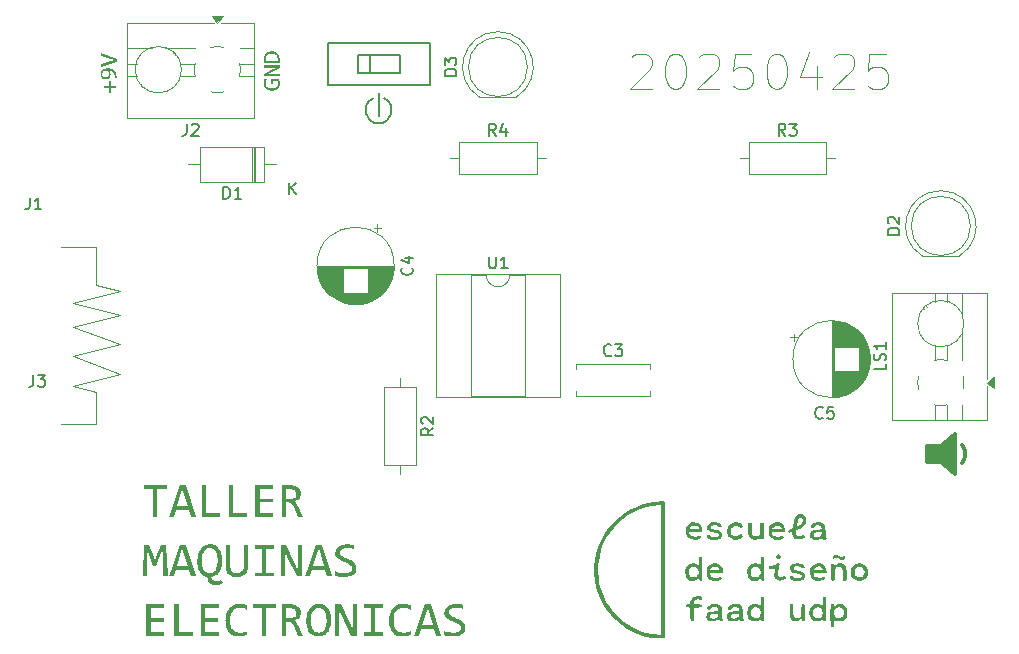
<source format=gbr>
%TF.GenerationSoftware,KiCad,Pcbnew,8.0.8*%
%TF.CreationDate,2025-04-28T20:29:37-04:00*%
%TF.ProjectId,udpudu,75647075-6475-42e6-9b69-6361645f7063,rev?*%
%TF.SameCoordinates,Original*%
%TF.FileFunction,Legend,Top*%
%TF.FilePolarity,Positive*%
%FSLAX46Y46*%
G04 Gerber Fmt 4.6, Leading zero omitted, Abs format (unit mm)*
G04 Created by KiCad (PCBNEW 8.0.8) date 2025-04-28 20:29:37*
%MOMM*%
%LPD*%
G01*
G04 APERTURE LIST*
%ADD10C,0.352777*%
%ADD11C,0.100000*%
%ADD12C,0.187500*%
%ADD13C,0.150000*%
%ADD14C,0.120000*%
%ADD15C,0.000000*%
G04 APERTURE END LIST*
D10*
X131210310Y-89260464D02*
X129982644Y-88198533D01*
X128854531Y-88198533D01*
X128854531Y-86851416D01*
X130000000Y-86851416D01*
X131210310Y-85804583D01*
X131210310Y-89260464D01*
G36*
X131210310Y-89260464D02*
G01*
X129982644Y-88198533D01*
X128854531Y-88198533D01*
X128854531Y-86851416D01*
X130000000Y-86851416D01*
X131210310Y-85804583D01*
X131210310Y-89260464D01*
G37*
X131870745Y-88202872D02*
X131817864Y-88290326D01*
X131916575Y-88112653D02*
X131870745Y-88202872D01*
X131955355Y-88020063D02*
X131916575Y-88112653D01*
X131987084Y-87925497D02*
X131955355Y-88020063D01*
X132011762Y-87829351D02*
X131987084Y-87925497D01*
X132029389Y-87732020D02*
X132011762Y-87829351D01*
X132039965Y-87633898D02*
X132029389Y-87732020D01*
X132043490Y-87535381D02*
X132039965Y-87633898D01*
X132039965Y-87436865D02*
X132043490Y-87535381D01*
X132029389Y-87338743D02*
X132039965Y-87436865D01*
X132011762Y-87241412D02*
X132029389Y-87338743D01*
X131987084Y-87145266D02*
X132011762Y-87241412D01*
X131955355Y-87050700D02*
X131987084Y-87145266D01*
X131916575Y-86958110D02*
X131955355Y-87050700D01*
X131870745Y-86867891D02*
X131916575Y-86958110D01*
X131817864Y-86780437D02*
X131870745Y-86867891D01*
D11*
X58500000Y-82250000D02*
X58500000Y-82500000D01*
X60500000Y-73750000D02*
X58500000Y-73250000D01*
X56500000Y-74750000D02*
X60500000Y-73750000D01*
X55500000Y-70000000D02*
X58500000Y-70000000D01*
X60500000Y-78250000D02*
X56500000Y-76750000D01*
X58500000Y-82500000D02*
X58500000Y-85000000D01*
X56500000Y-81750000D02*
X58500000Y-82250000D01*
X58500000Y-70000000D02*
X58500000Y-72500000D01*
X58500000Y-85000000D02*
X55500000Y-85000000D01*
X58500000Y-73250000D02*
X58500000Y-72500000D01*
X60500000Y-80750000D02*
X56500000Y-79250000D01*
X60500000Y-75750000D02*
X56500000Y-74750000D01*
X56500000Y-76750000D02*
X60500000Y-75750000D01*
X56500000Y-79250000D02*
X60500000Y-78250000D01*
X56500000Y-81750000D02*
X60500000Y-80750000D01*
G36*
X64470111Y-90518089D02*
G01*
X63672903Y-90518089D01*
X63672903Y-92862821D01*
X63301409Y-92862821D01*
X63301409Y-90518089D01*
X62504201Y-90518089D01*
X62504201Y-90189827D01*
X64470111Y-90189827D01*
X64470111Y-90518089D01*
G37*
G36*
X66933545Y-92862821D02*
G01*
X66533475Y-92862821D01*
X66345897Y-92300085D01*
X65224822Y-92300085D01*
X65035045Y-92862821D01*
X64654026Y-92862821D01*
X64952247Y-91971823D01*
X65330335Y-91971823D01*
X66241116Y-91971823D01*
X65785359Y-90499038D01*
X65330335Y-91971823D01*
X64952247Y-91971823D01*
X65548688Y-90189827D01*
X66051340Y-90189827D01*
X66933545Y-92862821D01*
G37*
G36*
X68969797Y-92862821D02*
G01*
X67420077Y-92862821D01*
X67420077Y-90189827D01*
X67793035Y-90189827D01*
X67793035Y-92534558D01*
X68969797Y-92534558D01*
X68969797Y-92862821D01*
G37*
G36*
X71276427Y-92862821D02*
G01*
X69726706Y-92862821D01*
X69726706Y-90189827D01*
X70099665Y-90189827D01*
X70099665Y-92534558D01*
X71276427Y-92534558D01*
X71276427Y-92862821D01*
G37*
G36*
X73498793Y-92862821D02*
G01*
X71967390Y-92862821D01*
X71967390Y-90189827D01*
X73498793Y-90189827D01*
X73498793Y-90518089D01*
X72334487Y-90518089D01*
X72334487Y-91315298D01*
X73453363Y-91315298D01*
X73453363Y-91643560D01*
X72334487Y-91643560D01*
X72334487Y-92534558D01*
X73498793Y-92534558D01*
X73498793Y-92862821D01*
G37*
G36*
X75085504Y-90195801D02*
G01*
X75235376Y-90215945D01*
X75335743Y-90240385D01*
X75480901Y-90296112D01*
X75605922Y-90375430D01*
X75612714Y-90381069D01*
X75716398Y-90494284D01*
X75771717Y-90598689D01*
X75811166Y-90741597D01*
X75822275Y-90880057D01*
X75807677Y-91028492D01*
X75784906Y-91112332D01*
X75721042Y-91247106D01*
X75674996Y-91310901D01*
X75569667Y-91413197D01*
X75493280Y-91465507D01*
X75353395Y-91531323D01*
X75244885Y-91562960D01*
X75373398Y-91637092D01*
X75437592Y-91704377D01*
X75522707Y-91829853D01*
X75594354Y-91961446D01*
X75599525Y-91971823D01*
X76025973Y-92862821D01*
X75611982Y-92862821D01*
X75209714Y-91987210D01*
X75140333Y-91856006D01*
X75116657Y-91820881D01*
X75014808Y-91716100D01*
X74895373Y-91660413D01*
X74750293Y-91643560D01*
X74577369Y-91643560D01*
X74577369Y-92862821D01*
X74210272Y-92862821D01*
X74210272Y-91362192D01*
X74577369Y-91362192D01*
X74874124Y-91362192D01*
X75026222Y-91351316D01*
X75107864Y-91334349D01*
X75246213Y-91276234D01*
X75284452Y-91250085D01*
X75384626Y-91137855D01*
X75398025Y-91113065D01*
X75436397Y-90971224D01*
X75438325Y-90926219D01*
X75416074Y-90776695D01*
X75335102Y-90646843D01*
X75303503Y-90619938D01*
X75164356Y-90550315D01*
X75011376Y-90521670D01*
X74923217Y-90518089D01*
X74577369Y-90518089D01*
X74577369Y-91362192D01*
X74210272Y-91362192D01*
X74210272Y-90189827D01*
X74932010Y-90189827D01*
X75085504Y-90195801D01*
G37*
G36*
X64546315Y-97902821D02*
G01*
X64188011Y-97902821D01*
X64134522Y-96177978D01*
X64111807Y-95591795D01*
X63985778Y-95942772D01*
X63587906Y-97011823D01*
X63334382Y-97011823D01*
X62955562Y-95983072D01*
X62829532Y-95591795D01*
X62821472Y-96206554D01*
X62773845Y-97902821D01*
X62427997Y-97902821D01*
X62559888Y-95229827D01*
X62994396Y-95229827D01*
X63357830Y-96246854D01*
X63475066Y-96589771D01*
X63588639Y-96246854D01*
X63969658Y-95229827D01*
X64416622Y-95229827D01*
X64546315Y-97902821D01*
G37*
G36*
X66933545Y-97902821D02*
G01*
X66533475Y-97902821D01*
X66345897Y-97340085D01*
X65224822Y-97340085D01*
X65035045Y-97902821D01*
X64654026Y-97902821D01*
X64952247Y-97011823D01*
X65330335Y-97011823D01*
X66241116Y-97011823D01*
X65785359Y-95539038D01*
X65330335Y-97011823D01*
X64952247Y-97011823D01*
X65548688Y-95229827D01*
X66051340Y-95229827D01*
X66933545Y-97902821D01*
G37*
G36*
X68276556Y-95192163D02*
G01*
X68432939Y-95223639D01*
X68573391Y-95277454D01*
X68708751Y-95359543D01*
X68825771Y-95465124D01*
X68893594Y-95548564D01*
X68973627Y-95678799D01*
X69038422Y-95826697D01*
X69084103Y-95976477D01*
X69114564Y-96122890D01*
X69135056Y-96279389D01*
X69144902Y-96426965D01*
X69147118Y-96542876D01*
X69142721Y-96703069D01*
X69129532Y-96853187D01*
X69104184Y-97010027D01*
X69076776Y-97123197D01*
X69028190Y-97271603D01*
X68963009Y-97417990D01*
X68885534Y-97546714D01*
X68788230Y-97666550D01*
X68678767Y-97765571D01*
X68599037Y-97820022D01*
X68460973Y-97889147D01*
X68314687Y-97935779D01*
X68244396Y-97949715D01*
X68291440Y-98093746D01*
X68381726Y-98215081D01*
X68388744Y-98221557D01*
X68515504Y-98295714D01*
X68670419Y-98323964D01*
X68708213Y-98324872D01*
X68854942Y-98306737D01*
X68903119Y-98292632D01*
X69036487Y-98227522D01*
X69098025Y-98184188D01*
X69260691Y-98418661D01*
X69139896Y-98515553D01*
X69007050Y-98588239D01*
X68980056Y-98598913D01*
X68833693Y-98639579D01*
X68683301Y-98653135D01*
X68534537Y-98643314D01*
X68388632Y-98611188D01*
X68379951Y-98608438D01*
X68243721Y-98549319D01*
X68140349Y-98476547D01*
X68038288Y-98363486D01*
X67976218Y-98255996D01*
X67926942Y-98113114D01*
X67903038Y-97960529D01*
X67902212Y-97949715D01*
X67749472Y-97916124D01*
X67612189Y-97861513D01*
X67529253Y-97813428D01*
X67409366Y-97716573D01*
X67306893Y-97597467D01*
X67265471Y-97534991D01*
X67194305Y-97396642D01*
X67142103Y-97254616D01*
X67108667Y-97127594D01*
X67081619Y-96975653D01*
X67064589Y-96813837D01*
X67057827Y-96659760D01*
X67057376Y-96606624D01*
X67059000Y-96543609D01*
X67439128Y-96543609D01*
X67442705Y-96691987D01*
X67454906Y-96844623D01*
X67475764Y-96986177D01*
X67513019Y-97137729D01*
X67568558Y-97280382D01*
X67592268Y-97326163D01*
X67683493Y-97451460D01*
X67797432Y-97544516D01*
X67936284Y-97602219D01*
X68089749Y-97621378D01*
X68100781Y-97621453D01*
X68252433Y-97603421D01*
X68391124Y-97544436D01*
X68399002Y-97539387D01*
X68513857Y-97442484D01*
X68601237Y-97324686D01*
X68606364Y-97315905D01*
X68669396Y-97182408D01*
X68713358Y-97042121D01*
X68726532Y-96983979D01*
X68750643Y-96838040D01*
X68763626Y-96684888D01*
X68766099Y-96578780D01*
X68761856Y-96420083D01*
X68749129Y-96271429D01*
X68730195Y-96145005D01*
X68693647Y-95994644D01*
X68637788Y-95853273D01*
X68613691Y-95807950D01*
X68521551Y-95683019D01*
X68406329Y-95589596D01*
X68266561Y-95530795D01*
X68111905Y-95511271D01*
X68100781Y-95511195D01*
X67948765Y-95529227D01*
X67810394Y-95588211D01*
X67802561Y-95593260D01*
X67688988Y-95689980D01*
X67597397Y-95816010D01*
X67531376Y-95958366D01*
X67488484Y-96098671D01*
X67477962Y-96145005D01*
X67452818Y-96301282D01*
X67440986Y-96452407D01*
X67439128Y-96543609D01*
X67059000Y-96543609D01*
X67061408Y-96450146D01*
X67073505Y-96303205D01*
X67097204Y-96146951D01*
X67131436Y-96003153D01*
X67141640Y-95969150D01*
X67194203Y-95825364D01*
X67263755Y-95683140D01*
X67345042Y-95559378D01*
X67371717Y-95525849D01*
X67477174Y-95416275D01*
X67605252Y-95321427D01*
X67710237Y-95267196D01*
X67858958Y-95215848D01*
X68013861Y-95188199D01*
X68120565Y-95182932D01*
X68276556Y-95192163D01*
G37*
G36*
X71344571Y-96978850D02*
G01*
X71337125Y-97126134D01*
X71312017Y-97275748D01*
X71281556Y-97380385D01*
X71220682Y-97517416D01*
X71133488Y-97645243D01*
X71096908Y-97685933D01*
X70980462Y-97785269D01*
X70842697Y-97862727D01*
X70799421Y-97880839D01*
X70647832Y-97925433D01*
X70492447Y-97946419D01*
X70394954Y-97949715D01*
X70245318Y-97943347D01*
X70097907Y-97921630D01*
X69968506Y-97884502D01*
X69827616Y-97816422D01*
X69704054Y-97720444D01*
X69682742Y-97698389D01*
X69592743Y-97575106D01*
X69532276Y-97440868D01*
X69522275Y-97409694D01*
X69489540Y-97266477D01*
X69473494Y-97110684D01*
X69471717Y-97034537D01*
X69471717Y-95229827D01*
X69838081Y-95229827D01*
X69838081Y-96989108D01*
X69845591Y-97136203D01*
X69868123Y-97263881D01*
X69923646Y-97401661D01*
X69965576Y-97460985D01*
X70084351Y-97555058D01*
X70142163Y-97581153D01*
X70287989Y-97614802D01*
X70407411Y-97621453D01*
X70559749Y-97608296D01*
X70700599Y-97562815D01*
X70820987Y-97475265D01*
X70838988Y-97455123D01*
X70918250Y-97324164D01*
X70961756Y-97177160D01*
X70977663Y-97022098D01*
X70978206Y-96984712D01*
X70978206Y-95229827D01*
X71344571Y-95229827D01*
X71344571Y-96978850D01*
G37*
G36*
X72527927Y-95558089D02*
G01*
X71908039Y-95558089D01*
X71908039Y-95229827D01*
X73519309Y-95229827D01*
X73519309Y-95558089D01*
X72899421Y-95558089D01*
X72899421Y-97574558D01*
X73519309Y-97574558D01*
X73519309Y-97902821D01*
X71908039Y-97902821D01*
X71908039Y-97574558D01*
X72527927Y-97574558D01*
X72527927Y-95558089D01*
G37*
G36*
X75937313Y-97902821D02*
G01*
X75459574Y-97902821D01*
X74674089Y-96235130D01*
X74447676Y-95698773D01*
X74447676Y-97047726D01*
X74447676Y-97902821D01*
X74105492Y-97902821D01*
X74105492Y-95229827D01*
X74577369Y-95229827D01*
X75325485Y-96818382D01*
X75595129Y-97433874D01*
X75595129Y-95993330D01*
X75595129Y-95229827D01*
X75937313Y-95229827D01*
X75937313Y-97902821D01*
G37*
G36*
X78466692Y-97902821D02*
G01*
X78066622Y-97902821D01*
X77879044Y-97340085D01*
X76757969Y-97340085D01*
X76568192Y-97902821D01*
X76187174Y-97902821D01*
X76485394Y-97011823D01*
X76863482Y-97011823D01*
X77774264Y-97011823D01*
X77318506Y-95539038D01*
X76863482Y-97011823D01*
X76485394Y-97011823D01*
X77081835Y-95229827D01*
X77584487Y-95229827D01*
X78466692Y-97902821D01*
G37*
G36*
X80527857Y-97183281D02*
G01*
X80514918Y-97331400D01*
X80472042Y-97473332D01*
X80449456Y-97519603D01*
X80362430Y-97643777D01*
X80248356Y-97747021D01*
X80231102Y-97759206D01*
X80097706Y-97833938D01*
X79954247Y-97886756D01*
X79894047Y-97902821D01*
X79740999Y-97931397D01*
X79590566Y-97946006D01*
X79460272Y-97949715D01*
X79313523Y-97945559D01*
X79247048Y-97940922D01*
X79098484Y-97927065D01*
X79042617Y-97920406D01*
X78897055Y-97898707D01*
X78858702Y-97891830D01*
X78715229Y-97859479D01*
X78701898Y-97855926D01*
X78701898Y-97480769D01*
X78844471Y-97533002D01*
X78989920Y-97571708D01*
X79049211Y-97584084D01*
X79201161Y-97606855D01*
X79353483Y-97618497D01*
X79487383Y-97621453D01*
X79642029Y-97615496D01*
X79789267Y-97594342D01*
X79933192Y-97546752D01*
X79992966Y-97513009D01*
X80096444Y-97404817D01*
X80108737Y-97381118D01*
X80143764Y-97234402D01*
X80144640Y-97203797D01*
X80110431Y-97058168D01*
X80083824Y-97017684D01*
X79976717Y-96914741D01*
X79924089Y-96879199D01*
X79789565Y-96807471D01*
X79698409Y-96768557D01*
X79562277Y-96714011D01*
X79439756Y-96664509D01*
X79301069Y-96604624D01*
X79181102Y-96548005D01*
X79047305Y-96469927D01*
X78955422Y-96399262D01*
X78851389Y-96287125D01*
X78795687Y-96198494D01*
X78746511Y-96055165D01*
X78734871Y-95924453D01*
X78753186Y-95770641D01*
X78792756Y-95652611D01*
X78872044Y-95518620D01*
X78971542Y-95414474D01*
X79100707Y-95325785D01*
X79237133Y-95263246D01*
X79283684Y-95246680D01*
X79437317Y-95207833D01*
X79596069Y-95187975D01*
X79738709Y-95182932D01*
X79885987Y-95190259D01*
X80036297Y-95209150D01*
X80046455Y-95210776D01*
X80192792Y-95237690D01*
X80207655Y-95240818D01*
X80350664Y-95275533D01*
X80354934Y-95276721D01*
X80354934Y-95604984D01*
X80205869Y-95566698D01*
X80056805Y-95538394D01*
X80036929Y-95535375D01*
X79890806Y-95518019D01*
X79739910Y-95511218D01*
X79730649Y-95511195D01*
X79583187Y-95517606D01*
X79428227Y-95543652D01*
X79285344Y-95601354D01*
X79266099Y-95613777D01*
X79159860Y-95724716D01*
X79118666Y-95866568D01*
X79118088Y-95887817D01*
X79152297Y-96034271D01*
X79178904Y-96075396D01*
X79286011Y-96179392D01*
X79338639Y-96215347D01*
X79473163Y-96287990D01*
X79564319Y-96327454D01*
X79700452Y-96381999D01*
X79822973Y-96431502D01*
X79961659Y-96491436D01*
X80081626Y-96549471D01*
X80208452Y-96623820D01*
X80307306Y-96700413D01*
X80411339Y-96814806D01*
X80467041Y-96905577D01*
X80516217Y-97051147D01*
X80527857Y-97183281D01*
G37*
G36*
X64272275Y-102942821D02*
G01*
X62740872Y-102942821D01*
X62740872Y-100269827D01*
X64272275Y-100269827D01*
X64272275Y-100598089D01*
X63107969Y-100598089D01*
X63107969Y-101395298D01*
X64226846Y-101395298D01*
X64226846Y-101723560D01*
X63107969Y-101723560D01*
X63107969Y-102614558D01*
X64272275Y-102614558D01*
X64272275Y-102942821D01*
G37*
G36*
X66663168Y-102942821D02*
G01*
X65113447Y-102942821D01*
X65113447Y-100269827D01*
X65486406Y-100269827D01*
X65486406Y-102614558D01*
X66663168Y-102614558D01*
X66663168Y-102942821D01*
G37*
G36*
X68885534Y-102942821D02*
G01*
X67354131Y-102942821D01*
X67354131Y-100269827D01*
X68885534Y-100269827D01*
X68885534Y-100598089D01*
X67721228Y-100598089D01*
X67721228Y-101395298D01*
X68840105Y-101395298D01*
X68840105Y-101723560D01*
X67721228Y-101723560D01*
X67721228Y-102614558D01*
X68885534Y-102614558D01*
X68885534Y-102942821D01*
G37*
G36*
X71296943Y-102849031D02*
G01*
X71154065Y-102903849D01*
X71008171Y-102945202D01*
X70859262Y-102973091D01*
X70707337Y-102987517D01*
X70619169Y-102989715D01*
X70447254Y-102981379D01*
X70288254Y-102956370D01*
X70142170Y-102914689D01*
X69983917Y-102842664D01*
X69844264Y-102746631D01*
X69742093Y-102648264D01*
X69638255Y-102508430D01*
X69568134Y-102374310D01*
X69512932Y-102224197D01*
X69472650Y-102058092D01*
X69447287Y-101875994D01*
X69437739Y-101718800D01*
X69436546Y-101636366D01*
X69441812Y-101477959D01*
X69457611Y-101327337D01*
X69487976Y-101167194D01*
X69520809Y-101049450D01*
X69574242Y-100908214D01*
X69646799Y-100766105D01*
X69733238Y-100639595D01*
X69761877Y-100604684D01*
X69866248Y-100498424D01*
X69983356Y-100408622D01*
X70113200Y-100335277D01*
X70140698Y-100322583D01*
X70285140Y-100270033D01*
X70440029Y-100236946D01*
X70588361Y-100223808D01*
X70639686Y-100222932D01*
X70787619Y-100228616D01*
X70936924Y-100247449D01*
X70987732Y-100257370D01*
X71135959Y-100297867D01*
X71278390Y-100354786D01*
X71296943Y-100363616D01*
X71296943Y-100738773D01*
X71166752Y-100667046D01*
X71022904Y-100608871D01*
X70993594Y-100599555D01*
X70840837Y-100564843D01*
X70686643Y-100551620D01*
X70652142Y-100551195D01*
X70503874Y-100562925D01*
X70357454Y-100601794D01*
X70308493Y-100622269D01*
X70174905Y-100703070D01*
X70068236Y-100804049D01*
X70047641Y-100828899D01*
X69963432Y-100958869D01*
X69902065Y-101099900D01*
X69882777Y-101159359D01*
X69847950Y-101313267D01*
X69830145Y-101467926D01*
X69825624Y-101604125D01*
X69830794Y-101761777D01*
X69850647Y-101934334D01*
X69885388Y-102088757D01*
X69944739Y-102245996D01*
X70024355Y-102378551D01*
X70037383Y-102395472D01*
X70155993Y-102511839D01*
X70299333Y-102594958D01*
X70445042Y-102640413D01*
X70609684Y-102660414D01*
X70660202Y-102661453D01*
X70808706Y-102654440D01*
X70961591Y-102631364D01*
X70991396Y-102624816D01*
X71137723Y-102583343D01*
X71278576Y-102528989D01*
X71296943Y-102520769D01*
X71296943Y-102849031D01*
G37*
G36*
X73696629Y-100598089D02*
G01*
X72899421Y-100598089D01*
X72899421Y-102942821D01*
X72527927Y-102942821D01*
X72527927Y-100598089D01*
X71730719Y-100598089D01*
X71730719Y-100269827D01*
X73696629Y-100269827D01*
X73696629Y-100598089D01*
G37*
G36*
X75085504Y-100275801D02*
G01*
X75235376Y-100295945D01*
X75335743Y-100320385D01*
X75480901Y-100376112D01*
X75605922Y-100455430D01*
X75612714Y-100461069D01*
X75716398Y-100574284D01*
X75771717Y-100678689D01*
X75811166Y-100821597D01*
X75822275Y-100960057D01*
X75807677Y-101108492D01*
X75784906Y-101192332D01*
X75721042Y-101327106D01*
X75674996Y-101390901D01*
X75569667Y-101493197D01*
X75493280Y-101545507D01*
X75353395Y-101611323D01*
X75244885Y-101642960D01*
X75373398Y-101717092D01*
X75437592Y-101784377D01*
X75522707Y-101909853D01*
X75594354Y-102041446D01*
X75599525Y-102051823D01*
X76025973Y-102942821D01*
X75611982Y-102942821D01*
X75209714Y-102067210D01*
X75140333Y-101936006D01*
X75116657Y-101900881D01*
X75014808Y-101796100D01*
X74895373Y-101740413D01*
X74750293Y-101723560D01*
X74577369Y-101723560D01*
X74577369Y-102942821D01*
X74210272Y-102942821D01*
X74210272Y-101442192D01*
X74577369Y-101442192D01*
X74874124Y-101442192D01*
X75026222Y-101431316D01*
X75107864Y-101414349D01*
X75246213Y-101356234D01*
X75284452Y-101330085D01*
X75384626Y-101217855D01*
X75398025Y-101193065D01*
X75436397Y-101051224D01*
X75438325Y-101006219D01*
X75416074Y-100856695D01*
X75335102Y-100726843D01*
X75303503Y-100699938D01*
X75164356Y-100630315D01*
X75011376Y-100601670D01*
X74923217Y-100598089D01*
X74577369Y-100598089D01*
X74577369Y-101442192D01*
X74210272Y-101442192D01*
X74210272Y-100269827D01*
X74932010Y-100269827D01*
X75085504Y-100275801D01*
G37*
G36*
X77503074Y-100232234D02*
G01*
X77659457Y-100263955D01*
X77799909Y-100318187D01*
X77935269Y-100400516D01*
X78052288Y-100505720D01*
X78120111Y-100588564D01*
X78200145Y-100718642D01*
X78259679Y-100852823D01*
X78306620Y-101002173D01*
X78310621Y-101017943D01*
X78341082Y-101165592D01*
X78361574Y-101323327D01*
X78371420Y-101472002D01*
X78373636Y-101588738D01*
X78369533Y-101742686D01*
X78354799Y-101907035D01*
X78329348Y-102059019D01*
X78287906Y-102215221D01*
X78235285Y-102356354D01*
X78165533Y-102496173D01*
X78083902Y-102618104D01*
X78057097Y-102651195D01*
X77951467Y-102758682D01*
X77822804Y-102852243D01*
X77717111Y-102906184D01*
X77567943Y-102957086D01*
X77412799Y-102984494D01*
X77306050Y-102989715D01*
X77150445Y-102980556D01*
X76994322Y-102949323D01*
X76853957Y-102895926D01*
X76718699Y-102813940D01*
X76601990Y-102708668D01*
X76534487Y-102625549D01*
X76454957Y-102494550D01*
X76395881Y-102359682D01*
X76349399Y-102209788D01*
X76345443Y-102193972D01*
X76315690Y-102045440D01*
X76295675Y-101886707D01*
X76286058Y-101737047D01*
X76283894Y-101619513D01*
X76284457Y-101598264D01*
X76665645Y-101598264D01*
X76669974Y-101756544D01*
X76682962Y-101904953D01*
X76702282Y-102031306D01*
X76739537Y-102180597D01*
X76795076Y-102321087D01*
X76818786Y-102366163D01*
X76910010Y-102490544D01*
X77023950Y-102583784D01*
X77162802Y-102642035D01*
X77316267Y-102661377D01*
X77327299Y-102661453D01*
X77478950Y-102643260D01*
X77617642Y-102583748D01*
X77625520Y-102578654D01*
X77740375Y-102481018D01*
X77827755Y-102362533D01*
X77832882Y-102353707D01*
X77895914Y-102220210D01*
X77939876Y-102079923D01*
X77953049Y-102021781D01*
X77977161Y-101875189D01*
X77990144Y-101721179D01*
X77992617Y-101614384D01*
X77988374Y-101457442D01*
X77975647Y-101310024D01*
X77956713Y-101184272D01*
X77920165Y-101034385D01*
X77864306Y-100893255D01*
X77840209Y-100847950D01*
X77748069Y-100722470D01*
X77632847Y-100628864D01*
X77493079Y-100570612D01*
X77338423Y-100551270D01*
X77327299Y-100551195D01*
X77175283Y-100569388D01*
X77036912Y-100628899D01*
X77029079Y-100633993D01*
X76915506Y-100731629D01*
X76828995Y-100850114D01*
X76823915Y-100858941D01*
X76761744Y-100992718D01*
X76717829Y-101133767D01*
X76704480Y-101192332D01*
X76680815Y-101339061D01*
X76668072Y-101492384D01*
X76665645Y-101598264D01*
X76284457Y-101598264D01*
X76287926Y-101467278D01*
X76302409Y-101304372D01*
X76327425Y-101153281D01*
X76368158Y-100997426D01*
X76420721Y-100856352D01*
X76490273Y-100716733D01*
X76580334Y-100583978D01*
X76598234Y-100562185D01*
X76703691Y-100454280D01*
X76831770Y-100360463D01*
X76936755Y-100306463D01*
X77085476Y-100255561D01*
X77240379Y-100228153D01*
X77347083Y-100222932D01*
X77503074Y-100232234D01*
G37*
G36*
X80550572Y-102942821D02*
G01*
X80072833Y-102942821D01*
X79287348Y-101275130D01*
X79060935Y-100738773D01*
X79060935Y-102087726D01*
X79060935Y-102942821D01*
X78718751Y-102942821D01*
X78718751Y-100269827D01*
X79190628Y-100269827D01*
X79938744Y-101858382D01*
X80208388Y-102473874D01*
X80208388Y-101033330D01*
X80208388Y-100269827D01*
X80550572Y-100269827D01*
X80550572Y-102942821D01*
G37*
G36*
X81754445Y-100598089D02*
G01*
X81134557Y-100598089D01*
X81134557Y-100269827D01*
X82745827Y-100269827D01*
X82745827Y-100598089D01*
X82125938Y-100598089D01*
X82125938Y-102614558D01*
X82745827Y-102614558D01*
X82745827Y-102942821D01*
X81134557Y-102942821D01*
X81134557Y-102614558D01*
X81754445Y-102614558D01*
X81754445Y-100598089D01*
G37*
G36*
X85136720Y-102849031D02*
G01*
X84993842Y-102903849D01*
X84847948Y-102945202D01*
X84699038Y-102973091D01*
X84547114Y-102987517D01*
X84458946Y-102989715D01*
X84287030Y-102981379D01*
X84128030Y-102956370D01*
X83981946Y-102914689D01*
X83823694Y-102842664D01*
X83684041Y-102746631D01*
X83581870Y-102648264D01*
X83478032Y-102508430D01*
X83407911Y-102374310D01*
X83352709Y-102224197D01*
X83312427Y-102058092D01*
X83287064Y-101875994D01*
X83277516Y-101718800D01*
X83276322Y-101636366D01*
X83281589Y-101477959D01*
X83297388Y-101327337D01*
X83327753Y-101167194D01*
X83360586Y-101049450D01*
X83414019Y-100908214D01*
X83486576Y-100766105D01*
X83573015Y-100639595D01*
X83601654Y-100604684D01*
X83706025Y-100498424D01*
X83823132Y-100408622D01*
X83952977Y-100335277D01*
X83980474Y-100322583D01*
X84124916Y-100270033D01*
X84279805Y-100236946D01*
X84428138Y-100223808D01*
X84479462Y-100222932D01*
X84627396Y-100228616D01*
X84776701Y-100247449D01*
X84827509Y-100257370D01*
X84975736Y-100297867D01*
X85118167Y-100354786D01*
X85136720Y-100363616D01*
X85136720Y-100738773D01*
X85006529Y-100667046D01*
X84862681Y-100608871D01*
X84833370Y-100599555D01*
X84680614Y-100564843D01*
X84526420Y-100551620D01*
X84491919Y-100551195D01*
X84343651Y-100562925D01*
X84197231Y-100601794D01*
X84148269Y-100622269D01*
X84014682Y-100703070D01*
X83908013Y-100804049D01*
X83887418Y-100828899D01*
X83803208Y-100958869D01*
X83741842Y-101099900D01*
X83722554Y-101159359D01*
X83687726Y-101313267D01*
X83669922Y-101467926D01*
X83665401Y-101604125D01*
X83670571Y-101761777D01*
X83690423Y-101934334D01*
X83725165Y-102088757D01*
X83784515Y-102245996D01*
X83864132Y-102378551D01*
X83877160Y-102395472D01*
X83995770Y-102511839D01*
X84139110Y-102594958D01*
X84284819Y-102640413D01*
X84449461Y-102660414D01*
X84499979Y-102661453D01*
X84648482Y-102654440D01*
X84801368Y-102631364D01*
X84831172Y-102624816D01*
X84977500Y-102583343D01*
X85118353Y-102528989D01*
X85136720Y-102520769D01*
X85136720Y-102849031D01*
G37*
G36*
X87693210Y-102942821D02*
G01*
X87293140Y-102942821D01*
X87105562Y-102380085D01*
X85984487Y-102380085D01*
X85794710Y-102942821D01*
X85413691Y-102942821D01*
X85711912Y-102051823D01*
X86090000Y-102051823D01*
X87000781Y-102051823D01*
X86545024Y-100579038D01*
X86090000Y-102051823D01*
X85711912Y-102051823D01*
X86308353Y-100269827D01*
X86811005Y-100269827D01*
X87693210Y-102942821D01*
G37*
G36*
X89754375Y-102223281D02*
G01*
X89741436Y-102371400D01*
X89698560Y-102513332D01*
X89675973Y-102559603D01*
X89588947Y-102683777D01*
X89474874Y-102787021D01*
X89457620Y-102799206D01*
X89324224Y-102873938D01*
X89180765Y-102926756D01*
X89120565Y-102942821D01*
X88967516Y-102971397D01*
X88817084Y-102986006D01*
X88686790Y-102989715D01*
X88540041Y-102985559D01*
X88473566Y-102980922D01*
X88325001Y-102967065D01*
X88269135Y-102960406D01*
X88123573Y-102938707D01*
X88085220Y-102931830D01*
X87941747Y-102899479D01*
X87928416Y-102895926D01*
X87928416Y-102520769D01*
X88070989Y-102573002D01*
X88216438Y-102611708D01*
X88275729Y-102624084D01*
X88427679Y-102646855D01*
X88580000Y-102658497D01*
X88713901Y-102661453D01*
X88868547Y-102655496D01*
X89015785Y-102634342D01*
X89159710Y-102586752D01*
X89219483Y-102553009D01*
X89322961Y-102444817D01*
X89335255Y-102421118D01*
X89370282Y-102274402D01*
X89371158Y-102243797D01*
X89336949Y-102098168D01*
X89310342Y-102057684D01*
X89203235Y-101954741D01*
X89150607Y-101919199D01*
X89016083Y-101847471D01*
X88924927Y-101808557D01*
X88788794Y-101754011D01*
X88666273Y-101704509D01*
X88527587Y-101644624D01*
X88407620Y-101588005D01*
X88273823Y-101509927D01*
X88181940Y-101439262D01*
X88077907Y-101327125D01*
X88022205Y-101238494D01*
X87973029Y-101095165D01*
X87961389Y-100964453D01*
X87979704Y-100810641D01*
X88019274Y-100692611D01*
X88098562Y-100558620D01*
X88198060Y-100454474D01*
X88327225Y-100365785D01*
X88463651Y-100303246D01*
X88510202Y-100286680D01*
X88663835Y-100247833D01*
X88822587Y-100227975D01*
X88965227Y-100222932D01*
X89112505Y-100230259D01*
X89262815Y-100249150D01*
X89272973Y-100250776D01*
X89419309Y-100277690D01*
X89434173Y-100280818D01*
X89577182Y-100315533D01*
X89581451Y-100316721D01*
X89581451Y-100644984D01*
X89432387Y-100606698D01*
X89283322Y-100578394D01*
X89263447Y-100575375D01*
X89117324Y-100558019D01*
X88966427Y-100551218D01*
X88957167Y-100551195D01*
X88809705Y-100557606D01*
X88654744Y-100583652D01*
X88511862Y-100641354D01*
X88492617Y-100653777D01*
X88386378Y-100764716D01*
X88345184Y-100906568D01*
X88344606Y-100927817D01*
X88378815Y-101074271D01*
X88405422Y-101115396D01*
X88512529Y-101219392D01*
X88565157Y-101255347D01*
X88699681Y-101327990D01*
X88790837Y-101367454D01*
X88926969Y-101421999D01*
X89049490Y-101471502D01*
X89188177Y-101531436D01*
X89308144Y-101589471D01*
X89434970Y-101663820D01*
X89533824Y-101740413D01*
X89637857Y-101854806D01*
X89693559Y-101945577D01*
X89742735Y-102091147D01*
X89754375Y-102223281D01*
G37*
D12*
G36*
X59724956Y-55999614D02*
G01*
X59724956Y-56404813D01*
X60147008Y-56404813D01*
X60147008Y-56581767D01*
X59724956Y-56581767D01*
X59724956Y-56986966D01*
X59560825Y-56986966D01*
X59560825Y-56581767D01*
X59138773Y-56581767D01*
X59138773Y-56404813D01*
X59560825Y-56404813D01*
X59560825Y-55999614D01*
X59724956Y-55999614D01*
G37*
G36*
X59554205Y-54891076D02*
G01*
X59632121Y-54897914D01*
X59704813Y-54909309D01*
X59781492Y-54927913D01*
X59808487Y-54936425D01*
X59883857Y-54966603D01*
X59951287Y-55003967D01*
X60010777Y-55048519D01*
X60040396Y-55076376D01*
X60092531Y-55138636D01*
X60131499Y-55202074D01*
X60162933Y-55272524D01*
X60174485Y-55306086D01*
X60193238Y-55377230D01*
X60206633Y-55453639D01*
X60214670Y-55535316D01*
X60217308Y-55611103D01*
X60217350Y-55622259D01*
X60217350Y-55734732D01*
X60053218Y-55734732D01*
X60053218Y-55610169D01*
X60050678Y-55530592D01*
X60042016Y-55451239D01*
X60027206Y-55380458D01*
X60002021Y-55306957D01*
X59965836Y-55239838D01*
X59950636Y-55218892D01*
X59898408Y-55165203D01*
X59836520Y-55125039D01*
X59827538Y-55120706D01*
X59758385Y-55095802D01*
X59684000Y-55081467D01*
X59652782Y-55078208D01*
X59607719Y-55074178D01*
X59643858Y-55139318D01*
X59670906Y-55207960D01*
X59675863Y-55223654D01*
X59693394Y-55300260D01*
X59700882Y-55376543D01*
X59701509Y-55407203D01*
X59696611Y-55485904D01*
X59680382Y-55561599D01*
X59671833Y-55586355D01*
X59638780Y-55653030D01*
X59591988Y-55711374D01*
X59588668Y-55714582D01*
X59530233Y-55759279D01*
X59461906Y-55791519D01*
X59390396Y-55809927D01*
X59313250Y-55817064D01*
X59302538Y-55817164D01*
X59228688Y-55811541D01*
X59153755Y-55792908D01*
X59128149Y-55783093D01*
X59061300Y-55748090D01*
X59002446Y-55702710D01*
X58987098Y-55687838D01*
X58939364Y-55629675D01*
X58901306Y-55562255D01*
X58892210Y-55541292D01*
X58869675Y-55468795D01*
X58858629Y-55390615D01*
X58857665Y-55360675D01*
X58998089Y-55360675D01*
X59007267Y-55435781D01*
X59017507Y-55467287D01*
X59054355Y-55530707D01*
X59073927Y-55551917D01*
X59136014Y-55595242D01*
X59165151Y-55607970D01*
X59239082Y-55625602D01*
X59289349Y-55628487D01*
X59363738Y-55622619D01*
X59403288Y-55613466D01*
X59469783Y-55581867D01*
X59488285Y-55567304D01*
X59533052Y-55507117D01*
X59542140Y-55486337D01*
X59558617Y-55413376D01*
X59560825Y-55368735D01*
X59554385Y-55295040D01*
X59553497Y-55289966D01*
X59535340Y-55218064D01*
X59532981Y-55210832D01*
X59505396Y-55141559D01*
X59503306Y-55137192D01*
X59467035Y-55074178D01*
X59387559Y-55076110D01*
X59310135Y-55082698D01*
X59243187Y-55093961D01*
X59171129Y-55114317D01*
X59101919Y-55148086D01*
X59098473Y-55150381D01*
X59042688Y-55202932D01*
X59021170Y-55240507D01*
X59001335Y-55312349D01*
X58998089Y-55360675D01*
X58857665Y-55360675D01*
X58857405Y-55352615D01*
X58862847Y-55273829D01*
X58879173Y-55200002D01*
X58890378Y-55167601D01*
X58926763Y-55097646D01*
X58974613Y-55040601D01*
X58996624Y-55020688D01*
X59057761Y-54978064D01*
X59124665Y-54945690D01*
X59187133Y-54923968D01*
X59265079Y-54905421D01*
X59343611Y-54894602D01*
X59420084Y-54889656D01*
X59471065Y-54888797D01*
X59554205Y-54891076D01*
G37*
G36*
X58880853Y-53610552D02*
G01*
X60217350Y-54068141D01*
X60217350Y-54315437D01*
X58880853Y-54762768D01*
X58880853Y-54555406D01*
X59781742Y-54264879D01*
X60045525Y-54182447D01*
X59781742Y-54098183D01*
X58880853Y-53806557D01*
X58880853Y-53610552D01*
G37*
D11*
X103819439Y-53934813D02*
X103962296Y-53791956D01*
X103962296Y-53791956D02*
X104248011Y-53649099D01*
X104248011Y-53649099D02*
X104962296Y-53649099D01*
X104962296Y-53649099D02*
X105248011Y-53791956D01*
X105248011Y-53791956D02*
X105390868Y-53934813D01*
X105390868Y-53934813D02*
X105533725Y-54220527D01*
X105533725Y-54220527D02*
X105533725Y-54506242D01*
X105533725Y-54506242D02*
X105390868Y-54934813D01*
X105390868Y-54934813D02*
X103676582Y-56649099D01*
X103676582Y-56649099D02*
X105533725Y-56649099D01*
X107390868Y-53649099D02*
X107676582Y-53649099D01*
X107676582Y-53649099D02*
X107962296Y-53791956D01*
X107962296Y-53791956D02*
X108105154Y-53934813D01*
X108105154Y-53934813D02*
X108248011Y-54220527D01*
X108248011Y-54220527D02*
X108390868Y-54791956D01*
X108390868Y-54791956D02*
X108390868Y-55506242D01*
X108390868Y-55506242D02*
X108248011Y-56077670D01*
X108248011Y-56077670D02*
X108105154Y-56363384D01*
X108105154Y-56363384D02*
X107962296Y-56506242D01*
X107962296Y-56506242D02*
X107676582Y-56649099D01*
X107676582Y-56649099D02*
X107390868Y-56649099D01*
X107390868Y-56649099D02*
X107105154Y-56506242D01*
X107105154Y-56506242D02*
X106962296Y-56363384D01*
X106962296Y-56363384D02*
X106819439Y-56077670D01*
X106819439Y-56077670D02*
X106676582Y-55506242D01*
X106676582Y-55506242D02*
X106676582Y-54791956D01*
X106676582Y-54791956D02*
X106819439Y-54220527D01*
X106819439Y-54220527D02*
X106962296Y-53934813D01*
X106962296Y-53934813D02*
X107105154Y-53791956D01*
X107105154Y-53791956D02*
X107390868Y-53649099D01*
X109533725Y-53934813D02*
X109676582Y-53791956D01*
X109676582Y-53791956D02*
X109962297Y-53649099D01*
X109962297Y-53649099D02*
X110676582Y-53649099D01*
X110676582Y-53649099D02*
X110962297Y-53791956D01*
X110962297Y-53791956D02*
X111105154Y-53934813D01*
X111105154Y-53934813D02*
X111248011Y-54220527D01*
X111248011Y-54220527D02*
X111248011Y-54506242D01*
X111248011Y-54506242D02*
X111105154Y-54934813D01*
X111105154Y-54934813D02*
X109390868Y-56649099D01*
X109390868Y-56649099D02*
X111248011Y-56649099D01*
X113962297Y-53649099D02*
X112533725Y-53649099D01*
X112533725Y-53649099D02*
X112390868Y-55077670D01*
X112390868Y-55077670D02*
X112533725Y-54934813D01*
X112533725Y-54934813D02*
X112819440Y-54791956D01*
X112819440Y-54791956D02*
X113533725Y-54791956D01*
X113533725Y-54791956D02*
X113819440Y-54934813D01*
X113819440Y-54934813D02*
X113962297Y-55077670D01*
X113962297Y-55077670D02*
X114105154Y-55363384D01*
X114105154Y-55363384D02*
X114105154Y-56077670D01*
X114105154Y-56077670D02*
X113962297Y-56363384D01*
X113962297Y-56363384D02*
X113819440Y-56506242D01*
X113819440Y-56506242D02*
X113533725Y-56649099D01*
X113533725Y-56649099D02*
X112819440Y-56649099D01*
X112819440Y-56649099D02*
X112533725Y-56506242D01*
X112533725Y-56506242D02*
X112390868Y-56363384D01*
X115962297Y-53649099D02*
X116248011Y-53649099D01*
X116248011Y-53649099D02*
X116533725Y-53791956D01*
X116533725Y-53791956D02*
X116676583Y-53934813D01*
X116676583Y-53934813D02*
X116819440Y-54220527D01*
X116819440Y-54220527D02*
X116962297Y-54791956D01*
X116962297Y-54791956D02*
X116962297Y-55506242D01*
X116962297Y-55506242D02*
X116819440Y-56077670D01*
X116819440Y-56077670D02*
X116676583Y-56363384D01*
X116676583Y-56363384D02*
X116533725Y-56506242D01*
X116533725Y-56506242D02*
X116248011Y-56649099D01*
X116248011Y-56649099D02*
X115962297Y-56649099D01*
X115962297Y-56649099D02*
X115676583Y-56506242D01*
X115676583Y-56506242D02*
X115533725Y-56363384D01*
X115533725Y-56363384D02*
X115390868Y-56077670D01*
X115390868Y-56077670D02*
X115248011Y-55506242D01*
X115248011Y-55506242D02*
X115248011Y-54791956D01*
X115248011Y-54791956D02*
X115390868Y-54220527D01*
X115390868Y-54220527D02*
X115533725Y-53934813D01*
X115533725Y-53934813D02*
X115676583Y-53791956D01*
X115676583Y-53791956D02*
X115962297Y-53649099D01*
X119533726Y-54649099D02*
X119533726Y-56649099D01*
X118819440Y-53506242D02*
X118105154Y-55649099D01*
X118105154Y-55649099D02*
X119962297Y-55649099D01*
X120962297Y-53934813D02*
X121105154Y-53791956D01*
X121105154Y-53791956D02*
X121390869Y-53649099D01*
X121390869Y-53649099D02*
X122105154Y-53649099D01*
X122105154Y-53649099D02*
X122390869Y-53791956D01*
X122390869Y-53791956D02*
X122533726Y-53934813D01*
X122533726Y-53934813D02*
X122676583Y-54220527D01*
X122676583Y-54220527D02*
X122676583Y-54506242D01*
X122676583Y-54506242D02*
X122533726Y-54934813D01*
X122533726Y-54934813D02*
X120819440Y-56649099D01*
X120819440Y-56649099D02*
X122676583Y-56649099D01*
X125390869Y-53649099D02*
X123962297Y-53649099D01*
X123962297Y-53649099D02*
X123819440Y-55077670D01*
X123819440Y-55077670D02*
X123962297Y-54934813D01*
X123962297Y-54934813D02*
X124248012Y-54791956D01*
X124248012Y-54791956D02*
X124962297Y-54791956D01*
X124962297Y-54791956D02*
X125248012Y-54934813D01*
X125248012Y-54934813D02*
X125390869Y-55077670D01*
X125390869Y-55077670D02*
X125533726Y-55363384D01*
X125533726Y-55363384D02*
X125533726Y-56077670D01*
X125533726Y-56077670D02*
X125390869Y-56363384D01*
X125390869Y-56363384D02*
X125248012Y-56506242D01*
X125248012Y-56506242D02*
X124962297Y-56649099D01*
X124962297Y-56649099D02*
X124248012Y-56649099D01*
X124248012Y-56649099D02*
X123962297Y-56506242D01*
X123962297Y-56506242D02*
X123819440Y-56363384D01*
D12*
G36*
X72919015Y-55800618D02*
G01*
X72883762Y-55867176D01*
X72856223Y-55935417D01*
X72849772Y-55955224D01*
X72832992Y-56027272D01*
X72825609Y-56104929D01*
X72825226Y-56128148D01*
X72830584Y-56205307D01*
X72848481Y-56281339D01*
X72863327Y-56319023D01*
X72902697Y-56386814D01*
X72954128Y-56444646D01*
X72971039Y-56459341D01*
X73032015Y-56501364D01*
X73102423Y-56534559D01*
X73138101Y-56546902D01*
X73214127Y-56565432D01*
X73288977Y-56574905D01*
X73353889Y-56577310D01*
X73428550Y-56574913D01*
X73504892Y-56566739D01*
X73575173Y-56552764D01*
X73649517Y-56527987D01*
X73718759Y-56491162D01*
X73740770Y-56475461D01*
X73793974Y-56423759D01*
X73834977Y-56360978D01*
X73844451Y-56341005D01*
X73867697Y-56269006D01*
X73878637Y-56193100D01*
X73880355Y-56144634D01*
X73878523Y-56102502D01*
X73873027Y-56057073D01*
X73864235Y-56013476D01*
X73853244Y-55975740D01*
X73434856Y-55975740D01*
X73434856Y-56250880D01*
X73294172Y-56250880D01*
X73294172Y-55794390D01*
X73964985Y-55794390D01*
X73992641Y-55863128D01*
X73999423Y-55883416D01*
X74019069Y-55954995D01*
X74024336Y-55979404D01*
X74036632Y-56052493D01*
X74039357Y-56076857D01*
X74044240Y-56150407D01*
X74044486Y-56170280D01*
X74041066Y-56245827D01*
X74029245Y-56324739D01*
X74008981Y-56398355D01*
X74001255Y-56419407D01*
X73966598Y-56491577D01*
X73922071Y-56555955D01*
X73873027Y-56607718D01*
X73809657Y-56656874D01*
X73743483Y-56694197D01*
X73669151Y-56724508D01*
X73661269Y-56727153D01*
X73586806Y-56747343D01*
X73506026Y-56760925D01*
X73428918Y-56767450D01*
X73367811Y-56768919D01*
X73287005Y-56766034D01*
X73210549Y-56757378D01*
X73138444Y-56742953D01*
X73070690Y-56722757D01*
X72999895Y-56693629D01*
X72935475Y-56658589D01*
X72871376Y-56612722D01*
X72847940Y-56592331D01*
X72795182Y-56536568D01*
X72750939Y-56474150D01*
X72715212Y-56405078D01*
X72709088Y-56390464D01*
X72683779Y-56314372D01*
X72669015Y-56241852D01*
X72661844Y-56165505D01*
X72661094Y-56130346D01*
X72664320Y-56052598D01*
X72673997Y-55978356D01*
X72677947Y-55957788D01*
X72698094Y-55882381D01*
X72726934Y-55810033D01*
X72731436Y-55800618D01*
X72919015Y-55800618D01*
G37*
G36*
X74021039Y-54645105D02*
G01*
X74021039Y-54883975D01*
X73187193Y-55276717D01*
X72919015Y-55389924D01*
X73593491Y-55389924D01*
X74021039Y-55389924D01*
X74021039Y-55561016D01*
X72684542Y-55561016D01*
X72684542Y-55325077D01*
X73478819Y-54951019D01*
X73786565Y-54816197D01*
X73066293Y-54816197D01*
X72684542Y-54816197D01*
X72684542Y-54645105D01*
X74021039Y-54645105D01*
G37*
G36*
X73414795Y-53447741D02*
G01*
X73488794Y-53455178D01*
X73522050Y-53460283D01*
X73596673Y-53476862D01*
X73666667Y-53500314D01*
X73685815Y-53508277D01*
X73753591Y-53543455D01*
X73815409Y-53587167D01*
X73823202Y-53593640D01*
X73877303Y-53648068D01*
X73920680Y-53708455D01*
X73929081Y-53722600D01*
X73961537Y-53788627D01*
X73987462Y-53862877D01*
X73997225Y-53899920D01*
X74010783Y-53972476D01*
X74018713Y-54051612D01*
X74021039Y-54129264D01*
X74021039Y-54417959D01*
X72684542Y-54417959D01*
X72684542Y-54077240D01*
X72848673Y-54077240D01*
X72848673Y-54234777D01*
X73856907Y-54234777D01*
X73856907Y-54097757D01*
X73852480Y-54015588D01*
X73839197Y-53941501D01*
X73807713Y-53855291D01*
X73760486Y-53783449D01*
X73697517Y-53725976D01*
X73618806Y-53682871D01*
X73524353Y-53654134D01*
X73443182Y-53642011D01*
X73353156Y-53637970D01*
X73278060Y-53640085D01*
X73202640Y-53647398D01*
X73129431Y-53661476D01*
X73117218Y-53664714D01*
X73044800Y-53691100D01*
X72980606Y-53729929D01*
X72961147Y-53746414D01*
X72912750Y-53803708D01*
X72878844Y-53873239D01*
X72875417Y-53883434D01*
X72858101Y-53955186D01*
X72849953Y-54029899D01*
X72848673Y-54077240D01*
X72684542Y-54077240D01*
X72684542Y-54070646D01*
X72687060Y-53994379D01*
X72697293Y-53906081D01*
X72715396Y-53825601D01*
X72741371Y-53752938D01*
X72782930Y-53676062D01*
X72835824Y-53610443D01*
X72845742Y-53600601D01*
X72912057Y-53547810D01*
X72976489Y-53512161D01*
X73049257Y-53484097D01*
X73130362Y-53463618D01*
X73219803Y-53450723D01*
X73297357Y-53445869D01*
X73338135Y-53445262D01*
X73414795Y-53447741D01*
G37*
D13*
X126494819Y-68968094D02*
X125494819Y-68968094D01*
X125494819Y-68968094D02*
X125494819Y-68729999D01*
X125494819Y-68729999D02*
X125542438Y-68587142D01*
X125542438Y-68587142D02*
X125637676Y-68491904D01*
X125637676Y-68491904D02*
X125732914Y-68444285D01*
X125732914Y-68444285D02*
X125923390Y-68396666D01*
X125923390Y-68396666D02*
X126066247Y-68396666D01*
X126066247Y-68396666D02*
X126256723Y-68444285D01*
X126256723Y-68444285D02*
X126351961Y-68491904D01*
X126351961Y-68491904D02*
X126447200Y-68587142D01*
X126447200Y-68587142D02*
X126494819Y-68729999D01*
X126494819Y-68729999D02*
X126494819Y-68968094D01*
X125590057Y-68015713D02*
X125542438Y-67968094D01*
X125542438Y-67968094D02*
X125494819Y-67872856D01*
X125494819Y-67872856D02*
X125494819Y-67634761D01*
X125494819Y-67634761D02*
X125542438Y-67539523D01*
X125542438Y-67539523D02*
X125590057Y-67491904D01*
X125590057Y-67491904D02*
X125685295Y-67444285D01*
X125685295Y-67444285D02*
X125780533Y-67444285D01*
X125780533Y-67444285D02*
X125923390Y-67491904D01*
X125923390Y-67491904D02*
X126494819Y-68063332D01*
X126494819Y-68063332D02*
X126494819Y-67444285D01*
X53166666Y-80824819D02*
X53166666Y-81539104D01*
X53166666Y-81539104D02*
X53119047Y-81681961D01*
X53119047Y-81681961D02*
X53023809Y-81777200D01*
X53023809Y-81777200D02*
X52880952Y-81824819D01*
X52880952Y-81824819D02*
X52785714Y-81824819D01*
X53547619Y-80824819D02*
X54166666Y-80824819D01*
X54166666Y-80824819D02*
X53833333Y-81205771D01*
X53833333Y-81205771D02*
X53976190Y-81205771D01*
X53976190Y-81205771D02*
X54071428Y-81253390D01*
X54071428Y-81253390D02*
X54119047Y-81301009D01*
X54119047Y-81301009D02*
X54166666Y-81396247D01*
X54166666Y-81396247D02*
X54166666Y-81634342D01*
X54166666Y-81634342D02*
X54119047Y-81729580D01*
X54119047Y-81729580D02*
X54071428Y-81777200D01*
X54071428Y-81777200D02*
X53976190Y-81824819D01*
X53976190Y-81824819D02*
X53690476Y-81824819D01*
X53690476Y-81824819D02*
X53595238Y-81777200D01*
X53595238Y-81777200D02*
X53547619Y-81729580D01*
X52856666Y-65824819D02*
X52856666Y-66539104D01*
X52856666Y-66539104D02*
X52809047Y-66681961D01*
X52809047Y-66681961D02*
X52713809Y-66777200D01*
X52713809Y-66777200D02*
X52570952Y-66824819D01*
X52570952Y-66824819D02*
X52475714Y-66824819D01*
X53856666Y-66824819D02*
X53285238Y-66824819D01*
X53570952Y-66824819D02*
X53570952Y-65824819D01*
X53570952Y-65824819D02*
X53475714Y-65967676D01*
X53475714Y-65967676D02*
X53380476Y-66062914D01*
X53380476Y-66062914D02*
X53285238Y-66110533D01*
X125334819Y-79892857D02*
X125334819Y-80369047D01*
X125334819Y-80369047D02*
X124334819Y-80369047D01*
X125287200Y-79607142D02*
X125334819Y-79464285D01*
X125334819Y-79464285D02*
X125334819Y-79226190D01*
X125334819Y-79226190D02*
X125287200Y-79130952D01*
X125287200Y-79130952D02*
X125239580Y-79083333D01*
X125239580Y-79083333D02*
X125144342Y-79035714D01*
X125144342Y-79035714D02*
X125049104Y-79035714D01*
X125049104Y-79035714D02*
X124953866Y-79083333D01*
X124953866Y-79083333D02*
X124906247Y-79130952D01*
X124906247Y-79130952D02*
X124858628Y-79226190D01*
X124858628Y-79226190D02*
X124811009Y-79416666D01*
X124811009Y-79416666D02*
X124763390Y-79511904D01*
X124763390Y-79511904D02*
X124715771Y-79559523D01*
X124715771Y-79559523D02*
X124620533Y-79607142D01*
X124620533Y-79607142D02*
X124525295Y-79607142D01*
X124525295Y-79607142D02*
X124430057Y-79559523D01*
X124430057Y-79559523D02*
X124382438Y-79511904D01*
X124382438Y-79511904D02*
X124334819Y-79416666D01*
X124334819Y-79416666D02*
X124334819Y-79178571D01*
X124334819Y-79178571D02*
X124382438Y-79035714D01*
X125334819Y-78083333D02*
X125334819Y-78654761D01*
X125334819Y-78369047D02*
X124334819Y-78369047D01*
X124334819Y-78369047D02*
X124477676Y-78464285D01*
X124477676Y-78464285D02*
X124572914Y-78559523D01*
X124572914Y-78559523D02*
X124620533Y-78654761D01*
X88994819Y-55508094D02*
X87994819Y-55508094D01*
X87994819Y-55508094D02*
X87994819Y-55269999D01*
X87994819Y-55269999D02*
X88042438Y-55127142D01*
X88042438Y-55127142D02*
X88137676Y-55031904D01*
X88137676Y-55031904D02*
X88232914Y-54984285D01*
X88232914Y-54984285D02*
X88423390Y-54936666D01*
X88423390Y-54936666D02*
X88566247Y-54936666D01*
X88566247Y-54936666D02*
X88756723Y-54984285D01*
X88756723Y-54984285D02*
X88851961Y-55031904D01*
X88851961Y-55031904D02*
X88947200Y-55127142D01*
X88947200Y-55127142D02*
X88994819Y-55269999D01*
X88994819Y-55269999D02*
X88994819Y-55508094D01*
X87994819Y-54603332D02*
X87994819Y-53984285D01*
X87994819Y-53984285D02*
X88375771Y-54317618D01*
X88375771Y-54317618D02*
X88375771Y-54174761D01*
X88375771Y-54174761D02*
X88423390Y-54079523D01*
X88423390Y-54079523D02*
X88471009Y-54031904D01*
X88471009Y-54031904D02*
X88566247Y-53984285D01*
X88566247Y-53984285D02*
X88804342Y-53984285D01*
X88804342Y-53984285D02*
X88899580Y-54031904D01*
X88899580Y-54031904D02*
X88947200Y-54079523D01*
X88947200Y-54079523D02*
X88994819Y-54174761D01*
X88994819Y-54174761D02*
X88994819Y-54460475D01*
X88994819Y-54460475D02*
X88947200Y-54555713D01*
X88947200Y-54555713D02*
X88899580Y-54603332D01*
X69261905Y-65924819D02*
X69261905Y-64924819D01*
X69261905Y-64924819D02*
X69500000Y-64924819D01*
X69500000Y-64924819D02*
X69642857Y-64972438D01*
X69642857Y-64972438D02*
X69738095Y-65067676D01*
X69738095Y-65067676D02*
X69785714Y-65162914D01*
X69785714Y-65162914D02*
X69833333Y-65353390D01*
X69833333Y-65353390D02*
X69833333Y-65496247D01*
X69833333Y-65496247D02*
X69785714Y-65686723D01*
X69785714Y-65686723D02*
X69738095Y-65781961D01*
X69738095Y-65781961D02*
X69642857Y-65877200D01*
X69642857Y-65877200D02*
X69500000Y-65924819D01*
X69500000Y-65924819D02*
X69261905Y-65924819D01*
X70785714Y-65924819D02*
X70214286Y-65924819D01*
X70500000Y-65924819D02*
X70500000Y-64924819D01*
X70500000Y-64924819D02*
X70404762Y-65067676D01*
X70404762Y-65067676D02*
X70309524Y-65162914D01*
X70309524Y-65162914D02*
X70214286Y-65210533D01*
X74818095Y-65554819D02*
X74818095Y-64554819D01*
X75389523Y-65554819D02*
X74960952Y-64983390D01*
X75389523Y-64554819D02*
X74818095Y-65126247D01*
X91748095Y-70824819D02*
X91748095Y-71634342D01*
X91748095Y-71634342D02*
X91795714Y-71729580D01*
X91795714Y-71729580D02*
X91843333Y-71777200D01*
X91843333Y-71777200D02*
X91938571Y-71824819D01*
X91938571Y-71824819D02*
X92129047Y-71824819D01*
X92129047Y-71824819D02*
X92224285Y-71777200D01*
X92224285Y-71777200D02*
X92271904Y-71729580D01*
X92271904Y-71729580D02*
X92319523Y-71634342D01*
X92319523Y-71634342D02*
X92319523Y-70824819D01*
X93319523Y-71824819D02*
X92748095Y-71824819D01*
X93033809Y-71824819D02*
X93033809Y-70824819D01*
X93033809Y-70824819D02*
X92938571Y-70967676D01*
X92938571Y-70967676D02*
X92843333Y-71062914D01*
X92843333Y-71062914D02*
X92748095Y-71110533D01*
X85209580Y-71766666D02*
X85257200Y-71814285D01*
X85257200Y-71814285D02*
X85304819Y-71957142D01*
X85304819Y-71957142D02*
X85304819Y-72052380D01*
X85304819Y-72052380D02*
X85257200Y-72195237D01*
X85257200Y-72195237D02*
X85161961Y-72290475D01*
X85161961Y-72290475D02*
X85066723Y-72338094D01*
X85066723Y-72338094D02*
X84876247Y-72385713D01*
X84876247Y-72385713D02*
X84733390Y-72385713D01*
X84733390Y-72385713D02*
X84542914Y-72338094D01*
X84542914Y-72338094D02*
X84447676Y-72290475D01*
X84447676Y-72290475D02*
X84352438Y-72195237D01*
X84352438Y-72195237D02*
X84304819Y-72052380D01*
X84304819Y-72052380D02*
X84304819Y-71957142D01*
X84304819Y-71957142D02*
X84352438Y-71814285D01*
X84352438Y-71814285D02*
X84400057Y-71766666D01*
X84638152Y-70909523D02*
X85304819Y-70909523D01*
X84257200Y-71147618D02*
X84971485Y-71385713D01*
X84971485Y-71385713D02*
X84971485Y-70766666D01*
X87024819Y-85341666D02*
X86548628Y-85674999D01*
X87024819Y-85913094D02*
X86024819Y-85913094D01*
X86024819Y-85913094D02*
X86024819Y-85532142D01*
X86024819Y-85532142D02*
X86072438Y-85436904D01*
X86072438Y-85436904D02*
X86120057Y-85389285D01*
X86120057Y-85389285D02*
X86215295Y-85341666D01*
X86215295Y-85341666D02*
X86358152Y-85341666D01*
X86358152Y-85341666D02*
X86453390Y-85389285D01*
X86453390Y-85389285D02*
X86501009Y-85436904D01*
X86501009Y-85436904D02*
X86548628Y-85532142D01*
X86548628Y-85532142D02*
X86548628Y-85913094D01*
X86120057Y-84960713D02*
X86072438Y-84913094D01*
X86072438Y-84913094D02*
X86024819Y-84817856D01*
X86024819Y-84817856D02*
X86024819Y-84579761D01*
X86024819Y-84579761D02*
X86072438Y-84484523D01*
X86072438Y-84484523D02*
X86120057Y-84436904D01*
X86120057Y-84436904D02*
X86215295Y-84389285D01*
X86215295Y-84389285D02*
X86310533Y-84389285D01*
X86310533Y-84389285D02*
X86453390Y-84436904D01*
X86453390Y-84436904D02*
X87024819Y-85008332D01*
X87024819Y-85008332D02*
X87024819Y-84389285D01*
X66166666Y-59574819D02*
X66166666Y-60289104D01*
X66166666Y-60289104D02*
X66119047Y-60431961D01*
X66119047Y-60431961D02*
X66023809Y-60527200D01*
X66023809Y-60527200D02*
X65880952Y-60574819D01*
X65880952Y-60574819D02*
X65785714Y-60574819D01*
X66595238Y-59670057D02*
X66642857Y-59622438D01*
X66642857Y-59622438D02*
X66738095Y-59574819D01*
X66738095Y-59574819D02*
X66976190Y-59574819D01*
X66976190Y-59574819D02*
X67071428Y-59622438D01*
X67071428Y-59622438D02*
X67119047Y-59670057D01*
X67119047Y-59670057D02*
X67166666Y-59765295D01*
X67166666Y-59765295D02*
X67166666Y-59860533D01*
X67166666Y-59860533D02*
X67119047Y-60003390D01*
X67119047Y-60003390D02*
X66547619Y-60574819D01*
X66547619Y-60574819D02*
X67166666Y-60574819D01*
X92333333Y-60584819D02*
X92000000Y-60108628D01*
X91761905Y-60584819D02*
X91761905Y-59584819D01*
X91761905Y-59584819D02*
X92142857Y-59584819D01*
X92142857Y-59584819D02*
X92238095Y-59632438D01*
X92238095Y-59632438D02*
X92285714Y-59680057D01*
X92285714Y-59680057D02*
X92333333Y-59775295D01*
X92333333Y-59775295D02*
X92333333Y-59918152D01*
X92333333Y-59918152D02*
X92285714Y-60013390D01*
X92285714Y-60013390D02*
X92238095Y-60061009D01*
X92238095Y-60061009D02*
X92142857Y-60108628D01*
X92142857Y-60108628D02*
X91761905Y-60108628D01*
X93190476Y-59918152D02*
X93190476Y-60584819D01*
X92952381Y-59537200D02*
X92714286Y-60251485D01*
X92714286Y-60251485D02*
X93333333Y-60251485D01*
X102083333Y-79159580D02*
X102035714Y-79207200D01*
X102035714Y-79207200D02*
X101892857Y-79254819D01*
X101892857Y-79254819D02*
X101797619Y-79254819D01*
X101797619Y-79254819D02*
X101654762Y-79207200D01*
X101654762Y-79207200D02*
X101559524Y-79111961D01*
X101559524Y-79111961D02*
X101511905Y-79016723D01*
X101511905Y-79016723D02*
X101464286Y-78826247D01*
X101464286Y-78826247D02*
X101464286Y-78683390D01*
X101464286Y-78683390D02*
X101511905Y-78492914D01*
X101511905Y-78492914D02*
X101559524Y-78397676D01*
X101559524Y-78397676D02*
X101654762Y-78302438D01*
X101654762Y-78302438D02*
X101797619Y-78254819D01*
X101797619Y-78254819D02*
X101892857Y-78254819D01*
X101892857Y-78254819D02*
X102035714Y-78302438D01*
X102035714Y-78302438D02*
X102083333Y-78350057D01*
X102416667Y-78254819D02*
X103035714Y-78254819D01*
X103035714Y-78254819D02*
X102702381Y-78635771D01*
X102702381Y-78635771D02*
X102845238Y-78635771D01*
X102845238Y-78635771D02*
X102940476Y-78683390D01*
X102940476Y-78683390D02*
X102988095Y-78731009D01*
X102988095Y-78731009D02*
X103035714Y-78826247D01*
X103035714Y-78826247D02*
X103035714Y-79064342D01*
X103035714Y-79064342D02*
X102988095Y-79159580D01*
X102988095Y-79159580D02*
X102940476Y-79207200D01*
X102940476Y-79207200D02*
X102845238Y-79254819D01*
X102845238Y-79254819D02*
X102559524Y-79254819D01*
X102559524Y-79254819D02*
X102464286Y-79207200D01*
X102464286Y-79207200D02*
X102416667Y-79159580D01*
X119998092Y-84459580D02*
X119950473Y-84507200D01*
X119950473Y-84507200D02*
X119807616Y-84554819D01*
X119807616Y-84554819D02*
X119712378Y-84554819D01*
X119712378Y-84554819D02*
X119569521Y-84507200D01*
X119569521Y-84507200D02*
X119474283Y-84411961D01*
X119474283Y-84411961D02*
X119426664Y-84316723D01*
X119426664Y-84316723D02*
X119379045Y-84126247D01*
X119379045Y-84126247D02*
X119379045Y-83983390D01*
X119379045Y-83983390D02*
X119426664Y-83792914D01*
X119426664Y-83792914D02*
X119474283Y-83697676D01*
X119474283Y-83697676D02*
X119569521Y-83602438D01*
X119569521Y-83602438D02*
X119712378Y-83554819D01*
X119712378Y-83554819D02*
X119807616Y-83554819D01*
X119807616Y-83554819D02*
X119950473Y-83602438D01*
X119950473Y-83602438D02*
X119998092Y-83650057D01*
X120902854Y-83554819D02*
X120426664Y-83554819D01*
X120426664Y-83554819D02*
X120379045Y-84031009D01*
X120379045Y-84031009D02*
X120426664Y-83983390D01*
X120426664Y-83983390D02*
X120521902Y-83935771D01*
X120521902Y-83935771D02*
X120759997Y-83935771D01*
X120759997Y-83935771D02*
X120855235Y-83983390D01*
X120855235Y-83983390D02*
X120902854Y-84031009D01*
X120902854Y-84031009D02*
X120950473Y-84126247D01*
X120950473Y-84126247D02*
X120950473Y-84364342D01*
X120950473Y-84364342D02*
X120902854Y-84459580D01*
X120902854Y-84459580D02*
X120855235Y-84507200D01*
X120855235Y-84507200D02*
X120759997Y-84554819D01*
X120759997Y-84554819D02*
X120521902Y-84554819D01*
X120521902Y-84554819D02*
X120426664Y-84507200D01*
X120426664Y-84507200D02*
X120379045Y-84459580D01*
X116833333Y-60584819D02*
X116500000Y-60108628D01*
X116261905Y-60584819D02*
X116261905Y-59584819D01*
X116261905Y-59584819D02*
X116642857Y-59584819D01*
X116642857Y-59584819D02*
X116738095Y-59632438D01*
X116738095Y-59632438D02*
X116785714Y-59680057D01*
X116785714Y-59680057D02*
X116833333Y-59775295D01*
X116833333Y-59775295D02*
X116833333Y-59918152D01*
X116833333Y-59918152D02*
X116785714Y-60013390D01*
X116785714Y-60013390D02*
X116738095Y-60061009D01*
X116738095Y-60061009D02*
X116642857Y-60108628D01*
X116642857Y-60108628D02*
X116261905Y-60108628D01*
X117166667Y-59584819D02*
X117785714Y-59584819D01*
X117785714Y-59584819D02*
X117452381Y-59965771D01*
X117452381Y-59965771D02*
X117595238Y-59965771D01*
X117595238Y-59965771D02*
X117690476Y-60013390D01*
X117690476Y-60013390D02*
X117738095Y-60061009D01*
X117738095Y-60061009D02*
X117785714Y-60156247D01*
X117785714Y-60156247D02*
X117785714Y-60394342D01*
X117785714Y-60394342D02*
X117738095Y-60489580D01*
X117738095Y-60489580D02*
X117690476Y-60537200D01*
X117690476Y-60537200D02*
X117595238Y-60584819D01*
X117595238Y-60584819D02*
X117309524Y-60584819D01*
X117309524Y-60584819D02*
X117214286Y-60537200D01*
X117214286Y-60537200D02*
X117166667Y-60489580D01*
%TO.C,REF\u002A\u002A*%
X82898604Y-57439051D02*
G75*
G02*
X81898605Y-57439051I-500000J-999999D01*
G01*
X82398604Y-58939050D02*
X82398604Y-56939050D01*
D14*
%TO.C,D2*%
X128455000Y-70790000D02*
X131545000Y-70790000D01*
X128455170Y-70790000D02*
G75*
G02*
X129999952Y-65240000I1544830J2560000D01*
G01*
X130000048Y-65240000D02*
G75*
G02*
X131544830Y-70790000I-48J-2990000D01*
G01*
X132500000Y-68230000D02*
G75*
G02*
X127500000Y-68230000I-2500000J0D01*
G01*
X127500000Y-68230000D02*
G75*
G02*
X132500000Y-68230000I2500000J0D01*
G01*
%TO.C,LS1*%
X125880000Y-73880000D02*
X133920000Y-73880000D01*
X125880000Y-84620000D02*
X125880000Y-73880000D01*
X125880000Y-84620000D02*
X133920000Y-84620000D01*
X128514000Y-75253000D02*
X128557000Y-75296000D01*
X128753000Y-75013000D02*
X128796000Y-75056000D01*
X129500000Y-74688000D02*
X129500000Y-73880000D01*
X129500000Y-79620000D02*
X129500000Y-78312000D01*
X129500000Y-84620000D02*
X129500000Y-83380000D01*
X130500000Y-74688000D02*
X130500000Y-73880000D01*
X130500000Y-79620000D02*
X130500000Y-78312000D01*
X130500000Y-84620000D02*
X130500000Y-83380000D01*
X131204000Y-77944000D02*
X131247000Y-77987000D01*
X131443000Y-77705000D02*
X131486000Y-77748000D01*
X131800000Y-75957000D02*
X131800000Y-73880000D01*
X131800000Y-79620000D02*
X131800000Y-77043000D01*
X131800000Y-84620000D02*
X131800000Y-83380000D01*
X133920000Y-81200000D02*
X133920000Y-73880000D01*
X133920000Y-84620000D02*
X133920000Y-81800000D01*
X128120000Y-82054000D02*
G75*
G02*
X128120139Y-80945528I1880000J554000D01*
G01*
X129446000Y-79620000D02*
G75*
G02*
X130554472Y-79620139I554000J-1880000D01*
G01*
X130554000Y-83380000D02*
G75*
G02*
X129445528Y-83379861I-554000J1879990D01*
G01*
X131880000Y-80946000D02*
G75*
G02*
X131879861Y-82054472I-1879990J-554000D01*
G01*
X131960000Y-76500000D02*
G75*
G02*
X128040000Y-76500000I-1960000J0D01*
G01*
X128040000Y-76500000D02*
G75*
G02*
X131960000Y-76500000I1960000J0D01*
G01*
X134530000Y-81940000D02*
X133920000Y-81500000D01*
X134530000Y-81060000D01*
X134530000Y-81940000D01*
G36*
X134530000Y-81940000D02*
G01*
X133920000Y-81500000D01*
X134530000Y-81060000D01*
X134530000Y-81940000D01*
G37*
%TO.C,D3*%
X90955000Y-57330000D02*
X94045000Y-57330000D01*
X90955170Y-57330000D02*
G75*
G02*
X92499952Y-51780000I1544830J2560000D01*
G01*
X92500048Y-51780000D02*
G75*
G02*
X94044830Y-57330000I-48J-2990000D01*
G01*
X95000000Y-54770000D02*
G75*
G02*
X90000000Y-54770000I-2500000J0D01*
G01*
X90000000Y-54770000D02*
G75*
G02*
X95000000Y-54770000I2500000J0D01*
G01*
%TO.C,D1*%
X66260000Y-63000000D02*
X67280000Y-63000000D01*
X67280000Y-61530000D02*
X67280000Y-64470000D01*
X67280000Y-64470000D02*
X72720000Y-64470000D01*
X71700000Y-64470000D02*
X71700000Y-61530000D01*
X71820000Y-64470000D02*
X71820000Y-61530000D01*
X71940000Y-64470000D02*
X71940000Y-61530000D01*
X72720000Y-61530000D02*
X67280000Y-61530000D01*
X72720000Y-64470000D02*
X72720000Y-61530000D01*
X73740000Y-63000000D02*
X72720000Y-63000000D01*
%TO.C,U1*%
X87260000Y-72310000D02*
X87260000Y-82710000D01*
X87260000Y-82710000D02*
X97760000Y-82710000D01*
X90260000Y-72370000D02*
X90260000Y-82650000D01*
X90260000Y-82650000D02*
X94760000Y-82650000D01*
X91510000Y-72370000D02*
X90260000Y-72370000D01*
X94760000Y-72370000D02*
X93510000Y-72370000D01*
X94760000Y-82650000D02*
X94760000Y-72370000D01*
X97760000Y-72310000D02*
X87260000Y-72310000D01*
X97760000Y-82710000D02*
X97760000Y-72310000D01*
X93510000Y-72370000D02*
G75*
G02*
X91510000Y-72370000I-1000000J0D01*
G01*
%TO.C,C4*%
X79410000Y-71840000D02*
X77228000Y-71840000D01*
X79410000Y-71880000D02*
X77232000Y-71880000D01*
X79410000Y-71920000D02*
X77235000Y-71920000D01*
X79410000Y-71960000D02*
X77239000Y-71960000D01*
X79410000Y-72000000D02*
X77244000Y-72000000D01*
X79410000Y-72040000D02*
X77249000Y-72040000D01*
X79410000Y-72080000D02*
X77255000Y-72080000D01*
X79410000Y-72120000D02*
X77261000Y-72120000D01*
X79410000Y-72160000D02*
X77268000Y-72160000D01*
X79410000Y-72200000D02*
X77275000Y-72200000D01*
X79410000Y-72240000D02*
X77283000Y-72240000D01*
X79410000Y-72280000D02*
X77291000Y-72280000D01*
X79410000Y-72321000D02*
X77300000Y-72321000D01*
X79410000Y-72361000D02*
X77309000Y-72361000D01*
X79410000Y-72401000D02*
X77319000Y-72401000D01*
X79410000Y-72441000D02*
X77329000Y-72441000D01*
X79410000Y-72481000D02*
X77340000Y-72481000D01*
X79410000Y-72521000D02*
X77352000Y-72521000D01*
X79410000Y-72561000D02*
X77364000Y-72561000D01*
X79410000Y-72601000D02*
X77376000Y-72601000D01*
X79410000Y-72641000D02*
X77389000Y-72641000D01*
X79410000Y-72681000D02*
X77403000Y-72681000D01*
X79410000Y-72721000D02*
X77417000Y-72721000D01*
X79410000Y-72761000D02*
X77432000Y-72761000D01*
X79410000Y-72801000D02*
X77448000Y-72801000D01*
X79410000Y-72841000D02*
X77464000Y-72841000D01*
X79410000Y-72881000D02*
X77480000Y-72881000D01*
X79410000Y-72921000D02*
X77498000Y-72921000D01*
X79410000Y-72961000D02*
X77516000Y-72961000D01*
X79410000Y-73001000D02*
X77534000Y-73001000D01*
X79410000Y-73041000D02*
X77554000Y-73041000D01*
X79410000Y-73081000D02*
X77574000Y-73081000D01*
X79410000Y-73121000D02*
X77594000Y-73121000D01*
X79410000Y-73161000D02*
X77616000Y-73161000D01*
X79410000Y-73201000D02*
X77638000Y-73201000D01*
X79410000Y-73241000D02*
X77660000Y-73241000D01*
X79410000Y-73281000D02*
X77684000Y-73281000D01*
X79410000Y-73321000D02*
X77708000Y-73321000D01*
X79410000Y-73361000D02*
X77734000Y-73361000D01*
X79410000Y-73401000D02*
X77760000Y-73401000D01*
X79410000Y-73441000D02*
X77786000Y-73441000D01*
X79410000Y-73481000D02*
X77814000Y-73481000D01*
X79410000Y-73521000D02*
X77843000Y-73521000D01*
X79410000Y-73561000D02*
X77872000Y-73561000D01*
X79410000Y-73601000D02*
X77902000Y-73601000D01*
X79410000Y-73641000D02*
X77934000Y-73641000D01*
X79410000Y-73681000D02*
X77966000Y-73681000D01*
X79410000Y-73721000D02*
X78000000Y-73721000D01*
X79410000Y-73761000D02*
X78034000Y-73761000D01*
X79410000Y-73801000D02*
X78070000Y-73801000D01*
X79410000Y-73841000D02*
X78107000Y-73841000D01*
X79410000Y-73881000D02*
X78145000Y-73881000D01*
X80852000Y-74841000D02*
X80048000Y-74841000D01*
X81083000Y-74801000D02*
X79817000Y-74801000D01*
X81252000Y-74761000D02*
X79648000Y-74761000D01*
X81390000Y-74721000D02*
X79510000Y-74721000D01*
X81509000Y-74681000D02*
X79391000Y-74681000D01*
X81615000Y-74641000D02*
X79285000Y-74641000D01*
X81712000Y-74601000D02*
X79188000Y-74601000D01*
X81800000Y-74561000D02*
X79100000Y-74561000D01*
X81882000Y-74521000D02*
X79018000Y-74521000D01*
X81959000Y-74481000D02*
X78941000Y-74481000D01*
X82031000Y-74441000D02*
X78869000Y-74441000D01*
X82100000Y-74401000D02*
X78800000Y-74401000D01*
X82164000Y-74361000D02*
X78736000Y-74361000D01*
X82226000Y-74321000D02*
X78674000Y-74321000D01*
X82284000Y-74281000D02*
X78616000Y-74281000D01*
X82289000Y-68099759D02*
X82289000Y-68729759D01*
X82340000Y-74241000D02*
X78560000Y-74241000D01*
X82394000Y-74201000D02*
X78506000Y-74201000D01*
X82445000Y-74161000D02*
X78455000Y-74161000D01*
X82494000Y-74121000D02*
X78406000Y-74121000D01*
X82542000Y-74081000D02*
X78358000Y-74081000D01*
X82587000Y-74041000D02*
X78313000Y-74041000D01*
X82604000Y-68414759D02*
X81974000Y-68414759D01*
X82632000Y-74001000D02*
X78268000Y-74001000D01*
X82674000Y-73961000D02*
X78226000Y-73961000D01*
X82715000Y-73921000D02*
X78185000Y-73921000D01*
X82755000Y-73881000D02*
X81490000Y-73881000D01*
X82793000Y-73841000D02*
X81490000Y-73841000D01*
X82830000Y-73801000D02*
X81490000Y-73801000D01*
X82866000Y-73761000D02*
X81490000Y-73761000D01*
X82900000Y-73721000D02*
X81490000Y-73721000D01*
X82934000Y-73681000D02*
X81490000Y-73681000D01*
X82966000Y-73641000D02*
X81490000Y-73641000D01*
X82998000Y-73601000D02*
X81490000Y-73601000D01*
X83028000Y-73561000D02*
X81490000Y-73561000D01*
X83057000Y-73521000D02*
X81490000Y-73521000D01*
X83086000Y-73481000D02*
X81490000Y-73481000D01*
X83114000Y-73441000D02*
X81490000Y-73441000D01*
X83140000Y-73401000D02*
X81490000Y-73401000D01*
X83166000Y-73361000D02*
X81490000Y-73361000D01*
X83192000Y-73321000D02*
X81490000Y-73321000D01*
X83216000Y-73281000D02*
X81490000Y-73281000D01*
X83240000Y-73241000D02*
X81490000Y-73241000D01*
X83262000Y-73201000D02*
X81490000Y-73201000D01*
X83284000Y-73161000D02*
X81490000Y-73161000D01*
X83306000Y-73121000D02*
X81490000Y-73121000D01*
X83326000Y-73081000D02*
X81490000Y-73081000D01*
X83346000Y-73041000D02*
X81490000Y-73041000D01*
X83366000Y-73001000D02*
X81490000Y-73001000D01*
X83384000Y-72961000D02*
X81490000Y-72961000D01*
X83402000Y-72921000D02*
X81490000Y-72921000D01*
X83420000Y-72881000D02*
X81490000Y-72881000D01*
X83436000Y-72841000D02*
X81490000Y-72841000D01*
X83452000Y-72801000D02*
X81490000Y-72801000D01*
X83468000Y-72761000D02*
X81490000Y-72761000D01*
X83483000Y-72721000D02*
X81490000Y-72721000D01*
X83497000Y-72681000D02*
X81490000Y-72681000D01*
X83511000Y-72641000D02*
X81490000Y-72641000D01*
X83524000Y-72601000D02*
X81490000Y-72601000D01*
X83536000Y-72561000D02*
X81490000Y-72561000D01*
X83548000Y-72521000D02*
X81490000Y-72521000D01*
X83560000Y-72481000D02*
X81490000Y-72481000D01*
X83571000Y-72441000D02*
X81490000Y-72441000D01*
X83581000Y-72401000D02*
X81490000Y-72401000D01*
X83591000Y-72361000D02*
X81490000Y-72361000D01*
X83600000Y-72321000D02*
X81490000Y-72321000D01*
X83609000Y-72280000D02*
X81490000Y-72280000D01*
X83617000Y-72240000D02*
X81490000Y-72240000D01*
X83625000Y-72200000D02*
X81490000Y-72200000D01*
X83632000Y-72160000D02*
X81490000Y-72160000D01*
X83639000Y-72120000D02*
X81490000Y-72120000D01*
X83645000Y-72080000D02*
X81490000Y-72080000D01*
X83651000Y-72040000D02*
X81490000Y-72040000D01*
X83656000Y-72000000D02*
X81490000Y-72000000D01*
X83661000Y-71960000D02*
X81490000Y-71960000D01*
X83665000Y-71920000D02*
X81490000Y-71920000D01*
X83668000Y-71880000D02*
X81490000Y-71880000D01*
X83672000Y-71840000D02*
X81490000Y-71840000D01*
X83674000Y-71800000D02*
X77226000Y-71800000D01*
X83677000Y-71760000D02*
X77223000Y-71760000D01*
X83678000Y-71720000D02*
X77222000Y-71720000D01*
X83680000Y-71600000D02*
X77220000Y-71600000D01*
X83680000Y-71640000D02*
X77220000Y-71640000D01*
X83680000Y-71680000D02*
X77220000Y-71680000D01*
X83720000Y-71600000D02*
G75*
G02*
X77180000Y-71600000I-3270000J0D01*
G01*
X77180000Y-71600000D02*
G75*
G02*
X83720000Y-71600000I3270000J0D01*
G01*
D13*
%TO.C,SW1*%
X78142000Y-52722000D02*
X86778000Y-52722000D01*
X78142000Y-56278000D02*
X78142000Y-52722000D01*
X80682000Y-53738000D02*
X84238000Y-53738000D01*
X80682000Y-54500000D02*
X80682000Y-53738000D01*
X80682000Y-55262000D02*
X80682000Y-54500000D01*
X81698000Y-53738000D02*
X81698000Y-55262000D01*
X84238000Y-53738000D02*
X84238000Y-54500000D01*
X84238000Y-54500000D02*
X84238000Y-55262000D01*
X84238000Y-55262000D02*
X80682000Y-55262000D01*
X86778000Y-52722000D02*
X86778000Y-56278000D01*
X86778000Y-56278000D02*
X78142000Y-56278000D01*
D15*
%TO.C,G\u002A\u002A\u002A*%
G36*
X116386019Y-96074736D02*
G01*
X116406535Y-96092888D01*
X116447483Y-96175290D01*
X116451628Y-96272783D01*
X116419470Y-96358085D01*
X116401318Y-96378601D01*
X116318916Y-96419549D01*
X116221423Y-96423694D01*
X116136121Y-96391536D01*
X116115605Y-96373384D01*
X116074657Y-96290982D01*
X116070511Y-96193489D01*
X116102670Y-96108187D01*
X116120822Y-96087671D01*
X116203224Y-96046723D01*
X116300717Y-96042577D01*
X116386019Y-96074736D01*
G37*
G36*
X121200023Y-96083032D02*
G01*
X121275452Y-96112602D01*
X121366030Y-96165202D01*
X121399572Y-96188982D01*
X121509072Y-96256546D01*
X121595930Y-96272973D01*
X121667781Y-96238978D01*
X121690020Y-96216212D01*
X121755714Y-96170100D01*
X121822927Y-96166843D01*
X121872414Y-96204012D01*
X121885110Y-96240838D01*
X121867078Y-96318293D01*
X121804855Y-96398462D01*
X121698008Y-96472565D01*
X121579832Y-96490346D01*
X121447181Y-96451704D01*
X121332940Y-96383254D01*
X121235738Y-96317459D01*
X121171082Y-96286650D01*
X121124548Y-96288406D01*
X121081714Y-96320301D01*
X121064852Y-96338219D01*
X120998740Y-96383484D01*
X120925444Y-96396442D01*
X120866990Y-96375750D01*
X120849798Y-96351316D01*
X120848171Y-96272868D01*
X120892731Y-96196202D01*
X120970206Y-96131483D01*
X121067325Y-96088880D01*
X121170815Y-96078558D01*
X121200023Y-96083032D01*
G37*
G36*
X113995562Y-93816233D02*
G01*
X114004398Y-94003787D01*
X114016293Y-94159942D01*
X114030347Y-94275662D01*
X114045665Y-94341911D01*
X114048335Y-94347613D01*
X114134008Y-94445853D01*
X114257237Y-94497708D01*
X114354569Y-94506777D01*
X114501764Y-94483961D01*
X114611556Y-94414814D01*
X114662079Y-94347613D01*
X114679209Y-94287096D01*
X114694169Y-94172521D01*
X114706365Y-94009853D01*
X114714852Y-93816233D01*
X114729864Y-93350866D01*
X114864971Y-93350866D01*
X115000077Y-93350866D01*
X115000077Y-94056422D01*
X115000077Y-94761978D01*
X114864971Y-94761978D01*
X114781757Y-94759616D01*
X114741105Y-94743320D01*
X114725529Y-94699272D01*
X114720449Y-94647767D01*
X114711034Y-94533556D01*
X114650058Y-94611075D01*
X114528259Y-94720056D01*
X114377315Y-94783984D01*
X114210902Y-94799905D01*
X114042695Y-94764862D01*
X114006937Y-94750078D01*
X113862168Y-94654055D01*
X113762409Y-94518352D01*
X113723404Y-94414225D01*
X113713159Y-94344361D01*
X113705463Y-94228117D01*
X113700838Y-94079125D01*
X113699808Y-93911020D01*
X113700785Y-93825178D01*
X113709060Y-93350866D01*
X113844167Y-93350866D01*
X113979273Y-93350866D01*
X113995562Y-93816233D01*
G37*
G36*
X109576274Y-99584938D02*
G01*
X109683446Y-99600295D01*
X109748956Y-99631132D01*
X109781800Y-99681738D01*
X109790972Y-99756403D01*
X109790975Y-99758424D01*
X109790975Y-99877515D01*
X109582240Y-99860015D01*
X109408751Y-99856576D01*
X109282039Y-99881517D01*
X109194587Y-99937572D01*
X109141774Y-100020323D01*
X109112963Y-100110618D01*
X109100448Y-100192128D01*
X109100432Y-100194276D01*
X109102271Y-100227377D01*
X109114834Y-100249267D01*
X109148689Y-100262680D01*
X109214405Y-100270353D01*
X109322549Y-100275020D01*
X109423186Y-100277806D01*
X109745940Y-100286327D01*
X109755673Y-100388262D01*
X109751281Y-100471356D01*
X109725649Y-100515402D01*
X109679805Y-100526313D01*
X109589252Y-100534949D01*
X109469318Y-100540123D01*
X109393825Y-100541069D01*
X109101757Y-100541528D01*
X109093588Y-101104472D01*
X109085420Y-101667415D01*
X108964236Y-101676334D01*
X108882676Y-101677109D01*
X108828683Y-101668064D01*
X108821624Y-101663824D01*
X108814801Y-101628303D01*
X108808875Y-101542632D01*
X108804218Y-101416708D01*
X108801202Y-101260425D01*
X108800195Y-101093460D01*
X108800195Y-100544525D01*
X108627559Y-100535521D01*
X108454923Y-100526517D01*
X108454923Y-100406422D01*
X108454923Y-100286327D01*
X108627559Y-100277323D01*
X108800195Y-100268319D01*
X108800195Y-100124421D01*
X108825185Y-99942209D01*
X108898256Y-99794312D01*
X109016565Y-99683231D01*
X109177267Y-99611469D01*
X109377516Y-99581527D01*
X109418447Y-99580772D01*
X109576274Y-99584938D01*
G37*
G36*
X112779451Y-93322915D02*
G01*
X112963036Y-93378222D01*
X113130094Y-93482605D01*
X113161129Y-93510029D01*
X113227368Y-93596267D01*
X113238606Y-93675799D01*
X113194020Y-93742191D01*
X113191153Y-93744415D01*
X113128547Y-93778662D01*
X113066649Y-93775048D01*
X112987933Y-93730725D01*
X112954300Y-93705935D01*
X112818393Y-93634821D01*
X112669201Y-93609782D01*
X112521275Y-93628585D01*
X112389165Y-93689001D01*
X112287423Y-93788796D01*
X112273726Y-93810310D01*
X112233450Y-93923402D01*
X112219590Y-94062462D01*
X112232848Y-94199199D01*
X112262001Y-94285154D01*
X112356239Y-94408908D01*
X112480683Y-94487550D01*
X112624003Y-94519332D01*
X112774869Y-94502507D01*
X112921952Y-94435327D01*
X112975675Y-94395240D01*
X113039680Y-94346038D01*
X113084203Y-94332865D01*
X113133603Y-94350719D01*
X113149677Y-94359504D01*
X113209828Y-94410953D01*
X113237646Y-94465440D01*
X113220115Y-94526552D01*
X113162154Y-94600746D01*
X113077665Y-94675540D01*
X112980552Y-94738453D01*
X112893041Y-94774824D01*
X112745838Y-94799399D01*
X112582631Y-94801602D01*
X112432840Y-94781941D01*
X112377124Y-94765906D01*
X112236459Y-94690071D01*
X112103927Y-94575381D01*
X112000711Y-94441592D01*
X111973304Y-94389236D01*
X111921996Y-94211187D01*
X111911764Y-94014276D01*
X111942316Y-93822719D01*
X111981366Y-93717775D01*
X112089982Y-93555451D01*
X112234605Y-93432953D01*
X112404729Y-93352131D01*
X112589846Y-93314835D01*
X112779451Y-93322915D01*
G37*
G36*
X123159572Y-96797214D02*
G01*
X123369347Y-96835956D01*
X123543889Y-96922897D01*
X123685551Y-97059403D01*
X123736163Y-97132417D01*
X123781183Y-97210868D01*
X123808307Y-97279962D01*
X123821986Y-97359631D01*
X123826668Y-97469805D01*
X123827027Y-97539340D01*
X123825084Y-97671203D01*
X123816286Y-97762985D01*
X123796185Y-97834603D01*
X123760332Y-97905974D01*
X123736163Y-97946088D01*
X123605847Y-98104886D01*
X123442913Y-98213347D01*
X123248475Y-98270809D01*
X123175619Y-98278596D01*
X123019073Y-98277450D01*
X122890982Y-98254640D01*
X122874049Y-98248876D01*
X122683754Y-98149167D01*
X122538021Y-98009640D01*
X122438559Y-97832267D01*
X122400449Y-97702099D01*
X122387006Y-97526975D01*
X122700588Y-97526975D01*
X122711530Y-97672562D01*
X122747634Y-97782172D01*
X122833028Y-97886610D01*
X122954011Y-97956850D01*
X123094213Y-97988788D01*
X123237262Y-97978321D01*
X123349052Y-97932904D01*
X123447525Y-97839993D01*
X123514398Y-97708359D01*
X123541579Y-97554532D01*
X123541803Y-97539164D01*
X123517381Y-97372021D01*
X123447931Y-97238174D01*
X123339177Y-97143748D01*
X123196842Y-97094868D01*
X123121472Y-97089365D01*
X122973171Y-97106979D01*
X122860499Y-97164112D01*
X122769595Y-97266323D01*
X122720307Y-97383024D01*
X122700588Y-97526975D01*
X122387006Y-97526975D01*
X122384008Y-97487925D01*
X122422950Y-97287574D01*
X122513606Y-97108866D01*
X122652305Y-96959624D01*
X122791418Y-96868735D01*
X122891643Y-96821662D01*
X122975359Y-96798228D01*
X123070655Y-96792976D01*
X123159572Y-96797214D01*
G37*
G36*
X118459346Y-100259098D02*
G01*
X118494739Y-100282602D01*
X118507088Y-100321914D01*
X118515781Y-100407789D01*
X118520941Y-100543524D01*
X118522688Y-100732416D01*
X118521144Y-100977762D01*
X118520933Y-100995663D01*
X118512843Y-101667415D01*
X118377737Y-101667415D01*
X118294369Y-101664893D01*
X118252868Y-101647998D01*
X118235056Y-101602735D01*
X118227618Y-101551846D01*
X118212607Y-101436277D01*
X118142114Y-101532088D01*
X118033946Y-101631549D01*
X117892972Y-101692897D01*
X117734797Y-101713550D01*
X117575026Y-101690919D01*
X117464268Y-101644403D01*
X117350130Y-101550073D01*
X117276620Y-101445021D01*
X117251139Y-101393022D01*
X117232731Y-101341369D01*
X117220254Y-101279394D01*
X117212568Y-101196431D01*
X117208532Y-101081814D01*
X117207004Y-100924877D01*
X117206815Y-100792579D01*
X117206815Y-100272460D01*
X117281874Y-100253621D01*
X117372446Y-100246132D01*
X117431992Y-100253621D01*
X117507051Y-100272460D01*
X117507051Y-100710199D01*
X117509538Y-100922717D01*
X117519283Y-101084028D01*
X117539714Y-101202851D01*
X117574260Y-101287905D01*
X117626346Y-101347908D01*
X117699401Y-101391578D01*
X117787985Y-101424795D01*
X117878072Y-101429053D01*
X117985484Y-101400884D01*
X118084219Y-101349435D01*
X118135938Y-101302359D01*
X118159825Y-101267078D01*
X118176642Y-101224960D01*
X118187608Y-101165448D01*
X118193943Y-101077990D01*
X118196865Y-100952032D01*
X118197594Y-100777019D01*
X118197595Y-100768661D01*
X118199703Y-100563953D01*
X118206181Y-100416002D01*
X118217259Y-100321663D01*
X118233169Y-100277790D01*
X118233623Y-100277320D01*
X118295181Y-100248919D01*
X118380324Y-100243046D01*
X118459346Y-100259098D01*
G37*
G36*
X114970457Y-96230555D02*
G01*
X115045920Y-96249495D01*
X115038010Y-97247107D01*
X115030101Y-98244720D01*
X114926343Y-98254589D01*
X114826817Y-98242368D01*
X114765692Y-98184218D01*
X114744544Y-98081642D01*
X114744543Y-98081357D01*
X114744210Y-98004531D01*
X114670030Y-98098629D01*
X114552333Y-98201692D01*
X114400576Y-98264523D01*
X114227885Y-98284027D01*
X114047387Y-98257106D01*
X114025725Y-98250577D01*
X113892224Y-98179407D01*
X113773414Y-98062580D01*
X113681944Y-97914452D01*
X113646513Y-97820234D01*
X113609158Y-97607706D01*
X113615651Y-97463874D01*
X113914602Y-97463874D01*
X113915938Y-97614465D01*
X113956049Y-97757165D01*
X114028009Y-97874031D01*
X114095316Y-97931901D01*
X114208542Y-97974153D01*
X114345108Y-97988098D01*
X114475747Y-97972454D01*
X114533809Y-97951109D01*
X114640134Y-97865130D01*
X114712271Y-97737958D01*
X114743948Y-97581566D01*
X114744876Y-97548245D01*
X114723514Y-97371029D01*
X114661096Y-97234323D01*
X114560125Y-97141032D01*
X114423106Y-97094062D01*
X114349029Y-97088810D01*
X114180965Y-97110126D01*
X114054131Y-97174929D01*
X113967045Y-97284496D01*
X113918227Y-97440107D01*
X113914602Y-97463874D01*
X113615651Y-97463874D01*
X113618423Y-97402455D01*
X113670367Y-97213372D01*
X113761047Y-97049349D01*
X113886523Y-96919278D01*
X114042852Y-96832050D01*
X114091468Y-96816555D01*
X114246429Y-96795037D01*
X114412620Y-96804712D01*
X114564656Y-96842693D01*
X114640336Y-96878980D01*
X114744876Y-96943589D01*
X114744876Y-96596440D01*
X114745279Y-96447815D01*
X114747960Y-96348484D01*
X114755123Y-96287694D01*
X114768973Y-96254692D01*
X114791716Y-96238725D01*
X114819935Y-96230453D01*
X114910354Y-96222994D01*
X114970457Y-96230555D01*
G37*
G36*
X116291651Y-96793783D02*
G01*
X116341219Y-96806759D01*
X116346756Y-96811502D01*
X116346916Y-96847937D01*
X116337503Y-96931896D01*
X116320076Y-97051898D01*
X116296196Y-97196459D01*
X116288643Y-97239339D01*
X116252885Y-97448307D01*
X116230046Y-97606922D01*
X116219908Y-97723424D01*
X116222254Y-97806054D01*
X116236867Y-97863050D01*
X116263528Y-97902654D01*
X116270940Y-97909807D01*
X116351420Y-97948032D01*
X116462733Y-97958735D01*
X116582632Y-97942471D01*
X116688871Y-97899798D01*
X116689632Y-97899336D01*
X116756066Y-97860775D01*
X116797439Y-97840370D01*
X116801450Y-97839401D01*
X116822765Y-97863156D01*
X116857270Y-97921371D01*
X116862658Y-97931628D01*
X116891807Y-98002750D01*
X116886240Y-98049601D01*
X116872943Y-98068929D01*
X116782791Y-98140440D01*
X116653206Y-98197940D01*
X116504114Y-98236477D01*
X116355442Y-98251101D01*
X116227116Y-98236862D01*
X116213440Y-98232786D01*
X116068857Y-98161870D01*
X115969128Y-98054833D01*
X115927739Y-97970645D01*
X115904291Y-97903192D01*
X115892800Y-97843610D01*
X115893203Y-97774731D01*
X115905434Y-97679387D01*
X115926186Y-97558528D01*
X115947747Y-97436183D01*
X115964582Y-97337539D01*
X115974343Y-97276523D01*
X115975845Y-97264116D01*
X115949793Y-97261661D01*
X115882961Y-97273050D01*
X115826179Y-97286547D01*
X115692222Y-97308578D01*
X115569083Y-97306321D01*
X115473862Y-97281266D01*
X115434113Y-97252365D01*
X115416470Y-97193938D01*
X115422206Y-97104795D01*
X115437825Y-97037099D01*
X115463304Y-97008743D01*
X115517966Y-97007893D01*
X115568741Y-97015052D01*
X115729762Y-97016865D01*
X115877503Y-96977301D01*
X115994580Y-96901674D01*
X116016751Y-96878077D01*
X116084905Y-96814904D01*
X116163462Y-96790686D01*
X116212324Y-96788573D01*
X116291651Y-96793783D01*
G37*
G36*
X111158701Y-96843224D02*
G01*
X111317906Y-96931818D01*
X111400512Y-97015844D01*
X111470913Y-97128675D01*
X111524529Y-97255787D01*
X111556784Y-97382654D01*
X111563100Y-97494752D01*
X111538901Y-97577557D01*
X111526342Y-97593207D01*
X111487446Y-97608031D01*
X111402084Y-97618750D01*
X111266367Y-97625615D01*
X111076404Y-97628876D01*
X110967650Y-97629235D01*
X110444986Y-97629235D01*
X110464609Y-97707422D01*
X110526560Y-97842535D01*
X110631131Y-97941751D01*
X110771007Y-98002521D01*
X110938874Y-98022299D01*
X111127417Y-97998537D01*
X111222141Y-97971248D01*
X111307632Y-97944077D01*
X111356899Y-97938835D01*
X111390347Y-97957486D01*
X111418796Y-97990145D01*
X111450177Y-98046117D01*
X111440325Y-98095581D01*
X111383864Y-98146861D01*
X111279154Y-98206377D01*
X111143948Y-98252750D01*
X110977977Y-98277125D01*
X110806993Y-98277800D01*
X110656743Y-98253074D01*
X110641838Y-98248486D01*
X110463495Y-98165871D01*
X110325454Y-98044178D01*
X110248952Y-97935016D01*
X110207061Y-97856416D01*
X110182206Y-97783349D01*
X110170154Y-97695455D01*
X110166669Y-97572372D01*
X110166631Y-97539164D01*
X110180506Y-97357367D01*
X110469102Y-97357367D01*
X110482835Y-97371858D01*
X110522241Y-97381125D01*
X110596030Y-97386313D01*
X110712907Y-97388571D01*
X110871207Y-97389046D01*
X111289034Y-97389046D01*
X111258917Y-97302654D01*
X111186777Y-97179897D01*
X111073600Y-97098906D01*
X110952315Y-97066817D01*
X110779997Y-97071406D01*
X110637654Y-97125329D01*
X110529876Y-97226008D01*
X110472335Y-97336505D01*
X110469102Y-97357367D01*
X110180506Y-97357367D01*
X110183058Y-97323926D01*
X110234823Y-97152301D01*
X110326664Y-97016240D01*
X110463321Y-96907688D01*
X110571590Y-96851143D01*
X110763220Y-96795807D01*
X110963993Y-96793715D01*
X111158701Y-96843224D01*
G37*
G36*
X115030101Y-100676635D02*
G01*
X115030101Y-101667415D01*
X114903126Y-101676617D01*
X114823044Y-101679733D01*
X114783522Y-101663841D01*
X114765231Y-101614303D01*
X114756980Y-101565924D01*
X114737808Y-101446030D01*
X114662707Y-101535283D01*
X114588530Y-101608020D01*
X114508927Y-101665092D01*
X114502602Y-101668493D01*
X114401946Y-101698770D01*
X114269956Y-101710701D01*
X114132423Y-101704445D01*
X114015137Y-101680164D01*
X113979273Y-101665235D01*
X113824923Y-101561312D01*
X113716292Y-101430509D01*
X113649648Y-101265837D01*
X113621259Y-101060309D01*
X113619648Y-100991883D01*
X113620903Y-100934355D01*
X113909947Y-100934355D01*
X113918737Y-101075689D01*
X113954623Y-101202705D01*
X113985612Y-101258020D01*
X114094573Y-101359555D01*
X114231737Y-101418229D01*
X114380580Y-101431027D01*
X114524580Y-101394937D01*
X114577387Y-101365964D01*
X114661516Y-101277937D01*
X114717935Y-101152477D01*
X114743607Y-101006892D01*
X114735500Y-100858488D01*
X114690578Y-100724576D01*
X114690015Y-100723522D01*
X114599731Y-100610269D01*
X114482834Y-100541486D01*
X114351554Y-100515857D01*
X114218126Y-100532064D01*
X114094781Y-100588787D01*
X113993753Y-100684711D01*
X113931428Y-100805242D01*
X113909947Y-100934355D01*
X113620903Y-100934355D01*
X113622769Y-100848831D01*
X113635560Y-100743902D01*
X113661850Y-100655455D01*
X113690527Y-100591372D01*
X113798477Y-100436235D01*
X113944287Y-100320565D01*
X114116851Y-100249075D01*
X114305059Y-100226480D01*
X114485751Y-100253871D01*
X114583407Y-100288868D01*
X114660350Y-100328191D01*
X114688407Y-100350870D01*
X114706276Y-100365220D01*
X114719268Y-100352684D01*
X114728840Y-100305328D01*
X114736449Y-100215219D01*
X114743553Y-100074422D01*
X114744876Y-100043431D01*
X114759888Y-99685855D01*
X114894994Y-99685855D01*
X115030101Y-99685855D01*
X115030101Y-100676635D01*
G37*
G36*
X120284238Y-100676635D02*
G01*
X120284238Y-101667415D01*
X120157263Y-101676617D01*
X120077181Y-101679733D01*
X120037659Y-101663841D01*
X120019368Y-101614303D01*
X120011117Y-101565924D01*
X119991945Y-101446030D01*
X119916844Y-101535283D01*
X119842667Y-101608020D01*
X119763064Y-101665092D01*
X119756739Y-101668493D01*
X119656083Y-101698770D01*
X119524093Y-101710701D01*
X119386560Y-101704445D01*
X119269274Y-101680164D01*
X119233410Y-101665235D01*
X119079060Y-101561312D01*
X118970429Y-101430509D01*
X118903785Y-101265837D01*
X118875396Y-101060309D01*
X118873785Y-100991883D01*
X118875204Y-100926826D01*
X119163972Y-100926826D01*
X119166558Y-101043908D01*
X119209865Y-101198404D01*
X119295805Y-101319622D01*
X119415442Y-101400154D01*
X119559838Y-101432587D01*
X119631451Y-101429399D01*
X119731032Y-101407785D01*
X119816914Y-101374493D01*
X119831524Y-101365964D01*
X119917401Y-101276406D01*
X119975272Y-101145836D01*
X119998755Y-100989261D01*
X119998966Y-100972334D01*
X119975653Y-100799774D01*
X119908805Y-100664533D01*
X119802879Y-100570995D01*
X119662331Y-100523543D01*
X119539749Y-100520582D01*
X119392804Y-100560170D01*
X119277580Y-100646139D01*
X119199497Y-100770891D01*
X119163972Y-100926826D01*
X118875204Y-100926826D01*
X118876906Y-100848831D01*
X118889697Y-100743902D01*
X118915987Y-100655455D01*
X118944664Y-100591372D01*
X119052614Y-100436235D01*
X119198424Y-100320565D01*
X119370988Y-100249075D01*
X119559196Y-100226480D01*
X119739888Y-100253871D01*
X119837544Y-100288868D01*
X119914487Y-100328191D01*
X119942544Y-100350870D01*
X119960413Y-100365220D01*
X119973405Y-100352684D01*
X119982977Y-100305328D01*
X119990586Y-100215219D01*
X119997690Y-100074422D01*
X119999013Y-100043431D01*
X120014025Y-99685855D01*
X120149131Y-99685855D01*
X120284238Y-99685855D01*
X120284238Y-100676635D01*
G37*
G36*
X109716320Y-96230555D02*
G01*
X109791783Y-96249495D01*
X109783873Y-97247107D01*
X109775963Y-98244720D01*
X109672206Y-98254589D01*
X109572680Y-98242368D01*
X109511555Y-98184218D01*
X109490407Y-98081642D01*
X109490406Y-98081357D01*
X109490073Y-98004531D01*
X109415893Y-98098629D01*
X109298407Y-98201368D01*
X109146085Y-98264489D01*
X108971814Y-98284825D01*
X108788478Y-98259207D01*
X108776519Y-98255865D01*
X108653181Y-98192929D01*
X108538122Y-98085066D01*
X108444501Y-97947197D01*
X108392376Y-97820234D01*
X108355021Y-97607706D01*
X108358115Y-97539164D01*
X108666130Y-97539164D01*
X108681096Y-97705874D01*
X108728909Y-97828999D01*
X108813939Y-97917822D01*
X108857038Y-97944576D01*
X108958529Y-97976463D01*
X109086050Y-97986478D01*
X109209683Y-97974158D01*
X109279672Y-97951109D01*
X109385997Y-97865130D01*
X109458134Y-97737958D01*
X109489811Y-97581566D01*
X109490739Y-97548245D01*
X109469377Y-97371029D01*
X109406959Y-97234323D01*
X109305988Y-97141032D01*
X109168969Y-97094062D01*
X109094892Y-97088810D01*
X108926488Y-97108725D01*
X108801233Y-97169578D01*
X108717545Y-97273030D01*
X108673844Y-97420742D01*
X108666130Y-97539164D01*
X108358115Y-97539164D01*
X108364286Y-97402455D01*
X108416230Y-97213372D01*
X108506910Y-97049349D01*
X108632386Y-96919278D01*
X108788715Y-96832050D01*
X108837331Y-96816555D01*
X108976676Y-96795755D01*
X109126869Y-96800042D01*
X109265562Y-96826901D01*
X109370405Y-96873817D01*
X109374894Y-96877039D01*
X109435217Y-96918500D01*
X109472497Y-96938390D01*
X109474511Y-96938692D01*
X109480905Y-96910647D01*
X109486112Y-96834419D01*
X109489575Y-96721872D01*
X109490739Y-96593992D01*
X109491150Y-96445981D01*
X109493869Y-96347222D01*
X109501125Y-96286919D01*
X109515147Y-96254277D01*
X109538164Y-96238500D01*
X109565798Y-96230453D01*
X109656217Y-96222994D01*
X109716320Y-96230555D01*
G37*
G36*
X121731169Y-96848074D02*
G01*
X121861043Y-96945975D01*
X121949801Y-97073703D01*
X121978201Y-97135642D01*
X121998775Y-97196667D01*
X122013120Y-97268533D01*
X122022838Y-97362996D01*
X122029527Y-97491811D01*
X122034787Y-97666733D01*
X122035735Y-97705233D01*
X122039538Y-97902288D01*
X122038221Y-98047039D01*
X122029037Y-98147183D01*
X122009245Y-98210417D01*
X121976100Y-98244437D01*
X121926860Y-98256939D01*
X121858779Y-98255621D01*
X121840056Y-98254163D01*
X121725372Y-98244720D01*
X121709861Y-97764342D01*
X121703083Y-97597281D01*
X121694475Y-97448897D01*
X121684903Y-97330700D01*
X121675236Y-97254200D01*
X121669810Y-97233223D01*
X121604726Y-97160994D01*
X121502123Y-97111501D01*
X121381328Y-97088140D01*
X121261669Y-97094311D01*
X121162476Y-97133409D01*
X121150931Y-97142019D01*
X121101895Y-97188169D01*
X121066672Y-97241684D01*
X121043060Y-97312895D01*
X121028852Y-97412134D01*
X121021843Y-97549732D01*
X121019829Y-97736022D01*
X121019817Y-97756363D01*
X121018639Y-97941141D01*
X121013268Y-98074288D01*
X121000949Y-98164201D01*
X120978927Y-98219280D01*
X120944446Y-98247924D01*
X120894752Y-98258530D01*
X120854687Y-98259732D01*
X120776946Y-98248746D01*
X120725585Y-98223703D01*
X120715679Y-98184992D01*
X120707027Y-98097006D01*
X120699770Y-97970509D01*
X120694050Y-97816261D01*
X120690008Y-97645026D01*
X120687784Y-97467567D01*
X120687521Y-97294645D01*
X120689359Y-97137023D01*
X120693439Y-97005464D01*
X120699902Y-96910729D01*
X120707781Y-96866088D01*
X120748006Y-96834186D01*
X120821592Y-96819256D01*
X120904013Y-96822317D01*
X120970740Y-96844388D01*
X120983789Y-96854625D01*
X121010189Y-96909066D01*
X121021019Y-96982226D01*
X121022221Y-97073798D01*
X121065459Y-96994199D01*
X121118853Y-96932640D01*
X121202325Y-96871438D01*
X121238866Y-96851587D01*
X121409791Y-96797665D01*
X121577322Y-96797566D01*
X121731169Y-96848074D01*
G37*
G36*
X109319708Y-93341097D02*
G01*
X109486122Y-93406549D01*
X109625969Y-93507206D01*
X109727381Y-93639512D01*
X109747017Y-93681126D01*
X109787650Y-93807955D01*
X109808142Y-93933472D01*
X109806257Y-94037704D01*
X109792178Y-94084198D01*
X109777218Y-94106675D01*
X109754161Y-94122982D01*
X109714176Y-94134105D01*
X109648431Y-94141031D01*
X109548093Y-94144746D01*
X109404330Y-94146237D01*
X109234482Y-94146493D01*
X108710124Y-94146493D01*
X108710124Y-94217503D01*
X108735586Y-94307242D01*
X108802264Y-94400272D01*
X108895592Y-94477650D01*
X108921450Y-94492365D01*
X109022717Y-94522775D01*
X109158087Y-94534965D01*
X109304497Y-94529095D01*
X109438884Y-94505329D01*
X109490470Y-94488369D01*
X109573926Y-94460159D01*
X109625604Y-94459732D01*
X109657656Y-94478236D01*
X109698119Y-94539744D01*
X109680122Y-94606588D01*
X109604792Y-94676704D01*
X109522885Y-94724448D01*
X109323350Y-94793390D01*
X109112255Y-94808991D01*
X108905029Y-94771010D01*
X108815207Y-94735458D01*
X108643093Y-94630659D01*
X108520981Y-94499692D01*
X108445201Y-94336409D01*
X108412082Y-94134660D01*
X108409888Y-94056422D01*
X108426583Y-93880720D01*
X108710124Y-93880720D01*
X108738322Y-93890072D01*
X108815623Y-93897890D01*
X108931088Y-93903486D01*
X109073780Y-93906169D01*
X109115443Y-93906304D01*
X109274965Y-93904288D01*
X109401432Y-93898648D01*
X109486153Y-93889998D01*
X109520442Y-93878951D01*
X109520763Y-93877693D01*
X109509248Y-93831169D01*
X109486111Y-93773031D01*
X109411818Y-93676019D01*
X109302623Y-93613598D01*
X109172992Y-93586176D01*
X109037389Y-93594160D01*
X108910279Y-93637956D01*
X108806129Y-93717973D01*
X108778775Y-93753120D01*
X108735490Y-93823205D01*
X108711702Y-93872925D01*
X108710124Y-93880720D01*
X108426583Y-93880720D01*
X108430715Y-93837240D01*
X108494790Y-93657761D01*
X108604507Y-93513687D01*
X108762256Y-93400716D01*
X108779731Y-93391495D01*
X108954646Y-93330016D01*
X109138594Y-93314401D01*
X109319708Y-93341097D01*
G37*
G36*
X117912370Y-96797949D02*
G01*
X118120094Y-96821289D01*
X118277901Y-96872546D01*
X118389999Y-96953636D01*
X118450230Y-97042609D01*
X118482955Y-97131419D01*
X118472449Y-97182721D01*
X118413022Y-97205363D01*
X118343248Y-97208904D01*
X118239112Y-97194566D01*
X118172658Y-97147687D01*
X118172384Y-97147350D01*
X118091789Y-97089235D01*
X117975285Y-97053794D01*
X117843044Y-97042239D01*
X117715236Y-97055785D01*
X117612035Y-97095646D01*
X117589616Y-97112278D01*
X117543513Y-97186157D01*
X117546832Y-97268388D01*
X117598109Y-97336667D01*
X117604628Y-97341110D01*
X117665530Y-97365729D01*
X117766784Y-97392179D01*
X117889068Y-97415611D01*
X117920796Y-97420449D01*
X118056277Y-97445656D01*
X118186050Y-97479379D01*
X118285046Y-97514950D01*
X118296091Y-97520235D01*
X118419631Y-97609701D01*
X118494083Y-97721149D01*
X118520964Y-97844238D01*
X118501789Y-97968629D01*
X118438077Y-98083980D01*
X118331345Y-98179950D01*
X118189892Y-98244226D01*
X118040984Y-98273362D01*
X117865994Y-98285396D01*
X117694680Y-98279472D01*
X117582110Y-98261681D01*
X117431505Y-98207156D01*
X117314595Y-98128825D01*
X117252358Y-98050549D01*
X117212711Y-97951206D01*
X117216876Y-97887536D01*
X117254306Y-97857625D01*
X117367042Y-97841239D01*
X117474738Y-97882764D01*
X117532348Y-97929472D01*
X117596426Y-97980530D01*
X117668394Y-98011353D01*
X117763119Y-98025020D01*
X117895469Y-98024608D01*
X117972417Y-98020579D01*
X118098487Y-98001496D01*
X118176285Y-97960000D01*
X118212236Y-97900614D01*
X118215665Y-97815420D01*
X118164436Y-97750331D01*
X118057345Y-97704148D01*
X118002550Y-97691460D01*
X117871378Y-97665994D01*
X117726944Y-97638092D01*
X117664675Y-97626112D01*
X117483867Y-97576302D01*
X117355828Y-97504103D01*
X117276047Y-97405149D01*
X117240014Y-97275074D01*
X117236838Y-97211932D01*
X117262938Y-97066278D01*
X117339514Y-96950317D01*
X117463977Y-96865635D01*
X117633740Y-96813818D01*
X117846215Y-96796450D01*
X117912370Y-96797949D01*
G37*
G36*
X116308133Y-93333390D02*
G01*
X116474028Y-93387982D01*
X116608784Y-93473088D01*
X116642220Y-93505836D01*
X116710406Y-93604359D01*
X116764332Y-93725515D01*
X116800398Y-93853564D01*
X116815005Y-93972765D01*
X116804554Y-94067375D01*
X116780479Y-94110465D01*
X116741429Y-94125340D01*
X116655755Y-94136081D01*
X116519589Y-94142938D01*
X116329066Y-94146161D01*
X116225041Y-94146493D01*
X116034754Y-94147111D01*
X115896559Y-94149439D01*
X115802509Y-94154190D01*
X115744658Y-94162075D01*
X115715060Y-94173806D01*
X115705766Y-94190095D01*
X115705633Y-94193019D01*
X115729165Y-94283736D01*
X115789574Y-94381166D01*
X115871571Y-94462275D01*
X115894738Y-94477968D01*
X116003789Y-94518404D01*
X116146759Y-94536040D01*
X116301888Y-94530561D01*
X116447415Y-94501648D01*
X116490240Y-94486664D01*
X116568655Y-94457459D01*
X116613794Y-94453621D01*
X116647961Y-94477790D01*
X116673735Y-94508392D01*
X116731927Y-94580257D01*
X116640711Y-94661758D01*
X116513767Y-94740093D01*
X116350677Y-94789549D01*
X116169146Y-94807812D01*
X115986880Y-94792566D01*
X115872499Y-94762214D01*
X115690189Y-94668817D01*
X115551901Y-94535738D01*
X115459335Y-94365894D01*
X115414192Y-94162203D01*
X115413506Y-93975052D01*
X115434984Y-93870101D01*
X115723419Y-93870101D01*
X115733373Y-93886601D01*
X115765722Y-93897137D01*
X115829382Y-93903041D01*
X115933269Y-93905649D01*
X116086298Y-93906293D01*
X116128031Y-93906304D01*
X116544808Y-93906304D01*
X116513438Y-93823794D01*
X116472966Y-93742821D01*
X116434234Y-93688428D01*
X116350474Y-93631273D01*
X116233340Y-93593864D01*
X116108049Y-93582803D01*
X116053159Y-93588652D01*
X115955915Y-93624784D01*
X115856372Y-93689326D01*
X115773955Y-93766935D01*
X115728089Y-93842269D01*
X115726945Y-93846303D01*
X115723419Y-93870101D01*
X115434984Y-93870101D01*
X115456266Y-93766106D01*
X115547093Y-93592283D01*
X115683542Y-93456481D01*
X115863168Y-93361598D01*
X115954656Y-93333706D01*
X116129031Y-93313801D01*
X116308133Y-93333390D01*
G37*
G36*
X121642792Y-100261835D02*
G01*
X121796909Y-100338359D01*
X121930161Y-100454292D01*
X122018759Y-100581962D01*
X122062837Y-100708207D01*
X122086341Y-100868754D01*
X122089214Y-101042200D01*
X122071401Y-101207141D01*
X122032846Y-101342174D01*
X122020809Y-101367179D01*
X121906521Y-101529881D01*
X121764714Y-101639878D01*
X121591534Y-101699464D01*
X121440148Y-101712450D01*
X121267538Y-101696601D01*
X121135390Y-101645984D01*
X121032246Y-101555997D01*
X121023415Y-101545075D01*
X120961663Y-101466571D01*
X120953211Y-101837206D01*
X120944758Y-102207840D01*
X120823574Y-102216759D01*
X120742014Y-102217535D01*
X120688021Y-102208489D01*
X120680962Y-102204249D01*
X120675682Y-102170001D01*
X120670875Y-102083122D01*
X120666705Y-101951029D01*
X120663340Y-101781136D01*
X120660945Y-101580860D01*
X120659686Y-101357617D01*
X120659533Y-101245756D01*
X120659630Y-100972094D01*
X120659837Y-100927329D01*
X120958909Y-100927329D01*
X120968662Y-101077954D01*
X121020525Y-101220869D01*
X121114541Y-101341664D01*
X121184170Y-101393341D01*
X121244994Y-101422201D01*
X121356816Y-101432120D01*
X121482586Y-101415039D01*
X121591277Y-101376158D01*
X121617690Y-101359737D01*
X121720803Y-101249768D01*
X121780789Y-101111643D01*
X121797229Y-100959416D01*
X121769705Y-100807140D01*
X121697801Y-100668868D01*
X121640151Y-100604768D01*
X121533258Y-100542951D01*
X121399696Y-100517428D01*
X121262045Y-100530142D01*
X121172255Y-100564518D01*
X121061711Y-100657078D01*
X120990260Y-100782526D01*
X120958909Y-100927329D01*
X120659837Y-100927329D01*
X120660646Y-100752626D01*
X120663669Y-100581498D01*
X120669788Y-100452859D01*
X120680089Y-100360855D01*
X120695661Y-100299633D01*
X120717591Y-100263341D01*
X120746968Y-100246124D01*
X120784880Y-100242131D01*
X120832414Y-100245507D01*
X120845220Y-100246749D01*
X120915055Y-100261329D01*
X120947429Y-100300327D01*
X120959770Y-100357329D01*
X120974781Y-100458354D01*
X121034758Y-100391785D01*
X121163793Y-100289695D01*
X121315380Y-100235405D01*
X121478664Y-100226818D01*
X121642792Y-100261835D01*
G37*
G36*
X119785306Y-96803910D02*
G01*
X119956965Y-96860451D01*
X120104816Y-96954134D01*
X120211836Y-97082577D01*
X120286277Y-97255770D01*
X120287830Y-97260886D01*
X120320673Y-97379633D01*
X120334311Y-97469728D01*
X120322744Y-97535112D01*
X120279971Y-97579722D01*
X120199992Y-97607497D01*
X120076806Y-97622377D01*
X119904412Y-97628299D01*
X119726656Y-97629235D01*
X119528818Y-97629785D01*
X119384832Y-97633320D01*
X119288499Y-97642673D01*
X119233625Y-97660676D01*
X119214013Y-97690159D01*
X119223467Y-97733955D01*
X119255790Y-97794894D01*
X119279215Y-97833702D01*
X119372186Y-97931254D01*
X119504264Y-97993930D01*
X119664179Y-98019531D01*
X119840658Y-98005856D01*
X119974600Y-97969406D01*
X120064567Y-97941002D01*
X120119620Y-97936761D01*
X120159340Y-97955617D01*
X120163696Y-97959125D01*
X120205467Y-98020805D01*
X120195004Y-98085724D01*
X120139528Y-98148718D01*
X120046261Y-98204622D01*
X119922426Y-98248274D01*
X119775244Y-98274510D01*
X119716659Y-98278754D01*
X119598091Y-98280092D01*
X119493996Y-98274485D01*
X119428370Y-98263487D01*
X119247372Y-98183931D01*
X119110966Y-98074095D01*
X119006969Y-97923253D01*
X118980732Y-97869424D01*
X118936328Y-97721353D01*
X118918513Y-97547736D01*
X118927489Y-97373098D01*
X118929053Y-97366528D01*
X119218511Y-97366528D01*
X119246666Y-97374759D01*
X119323930Y-97381641D01*
X119439367Y-97386566D01*
X119582043Y-97388927D01*
X119623718Y-97389046D01*
X119787268Y-97388402D01*
X119900048Y-97385657D01*
X119971327Y-97379590D01*
X120010376Y-97368981D01*
X120026463Y-97352609D01*
X120029037Y-97335679D01*
X120001312Y-97244158D01*
X119927327Y-97161638D01*
X119820860Y-97097895D01*
X119695693Y-97062705D01*
X119638729Y-97058786D01*
X119495316Y-97083144D01*
X119368335Y-97149300D01*
X119279215Y-97244627D01*
X119240144Y-97314001D01*
X119219481Y-97360998D01*
X119218511Y-97366528D01*
X118929053Y-97366528D01*
X118963455Y-97221968D01*
X118975202Y-97193892D01*
X119081777Y-97031027D01*
X119226475Y-96907063D01*
X119398897Y-96825534D01*
X119588640Y-96789973D01*
X119785306Y-96803910D01*
G37*
G36*
X110958251Y-93317793D02*
G01*
X111128381Y-93348016D01*
X111277457Y-93403637D01*
X111391607Y-93483854D01*
X111429140Y-93529659D01*
X111468819Y-93622807D01*
X111460780Y-93694640D01*
X111415121Y-93740064D01*
X111341939Y-93753984D01*
X111251332Y-93731304D01*
X111154738Y-93668111D01*
X111091441Y-93617866D01*
X111032171Y-93590267D01*
X110955101Y-93578826D01*
X110848264Y-93576999D01*
X110704227Y-93585501D01*
X110610524Y-93612440D01*
X110559059Y-93662408D01*
X110541736Y-93739996D01*
X110541566Y-93750933D01*
X110549761Y-93813366D01*
X110580812Y-93858237D01*
X110644423Y-93890939D01*
X110750294Y-93916861D01*
X110876368Y-93936972D01*
X111066543Y-93968617D01*
X111208450Y-94004384D01*
X111313868Y-94048368D01*
X111394578Y-94104666D01*
X111415740Y-94124576D01*
X111468757Y-94187380D01*
X111494571Y-94253684D01*
X111502189Y-94349189D01*
X111502323Y-94371676D01*
X111480343Y-94523443D01*
X111412050Y-94639753D01*
X111293914Y-94725307D01*
X111211338Y-94759296D01*
X111077476Y-94789064D01*
X110912359Y-94803188D01*
X110739977Y-94801579D01*
X110584321Y-94784150D01*
X110496531Y-94761917D01*
X110386251Y-94704598D01*
X110292555Y-94623161D01*
X110229742Y-94532681D01*
X110211306Y-94461267D01*
X110217036Y-94415100D01*
X110244979Y-94393314D01*
X110311265Y-94386936D01*
X110345356Y-94386682D01*
X110439571Y-94394126D01*
X110492783Y-94420656D01*
X110510997Y-94445710D01*
X110569923Y-94499144D01*
X110669703Y-94536305D01*
X110793077Y-94556042D01*
X110922788Y-94557205D01*
X111041576Y-94538643D01*
X111132184Y-94499207D01*
X111146157Y-94488038D01*
X111192499Y-94415138D01*
X111197123Y-94333560D01*
X111159145Y-94268325D01*
X111112378Y-94248147D01*
X111021372Y-94222759D01*
X110901237Y-94196061D01*
X110819657Y-94180720D01*
X110679965Y-94152072D01*
X110551308Y-94118345D01*
X110452865Y-94084885D01*
X110419750Y-94069234D01*
X110307241Y-93973884D01*
X110242328Y-93852734D01*
X110226608Y-93718582D01*
X110261677Y-93584223D01*
X110344603Y-93466928D01*
X110460242Y-93387536D01*
X110610311Y-93336751D01*
X110780937Y-93313771D01*
X110958251Y-93317793D01*
G37*
G36*
X112773656Y-100238474D02*
G01*
X112925253Y-100269090D01*
X113041978Y-100327440D01*
X113127843Y-100419000D01*
X113186863Y-100549241D01*
X113223049Y-100723639D01*
X113240414Y-100947667D01*
X113243520Y-101130819D01*
X113245860Y-101280797D01*
X113253581Y-101381110D01*
X113268039Y-101442009D01*
X113288729Y-101472261D01*
X113327259Y-101538052D01*
X113327898Y-101619342D01*
X113297737Y-101676422D01*
X113227957Y-101709185D01*
X113140829Y-101703775D01*
X113056215Y-101668099D01*
X112993975Y-101610065D01*
X112973481Y-101547320D01*
X112959047Y-101506682D01*
X112918317Y-101517286D01*
X112865546Y-101566476D01*
X112796330Y-101624124D01*
X112711739Y-101671559D01*
X112617363Y-101695762D01*
X112490295Y-101708351D01*
X112351589Y-101709466D01*
X112222297Y-101699246D01*
X112123471Y-101677831D01*
X112099591Y-101667508D01*
X111991678Y-101576495D01*
X111927983Y-101445657D01*
X111909273Y-101301907D01*
X111915380Y-101257693D01*
X112198793Y-101257693D01*
X112207091Y-101323570D01*
X112265808Y-101397813D01*
X112266561Y-101398567D01*
X112358546Y-101452416D01*
X112482999Y-101474144D01*
X112620503Y-101461857D01*
X112693808Y-101440238D01*
X112820374Y-101368870D01*
X112893736Y-101271466D01*
X112913434Y-101169638D01*
X112913434Y-101057624D01*
X112725786Y-101071098D01*
X112551430Y-101084928D01*
X112426963Y-101098828D01*
X112342269Y-101115067D01*
X112287228Y-101135917D01*
X112251724Y-101163647D01*
X112238365Y-101180476D01*
X112198793Y-101257693D01*
X111915380Y-101257693D01*
X111931071Y-101144099D01*
X112000731Y-101022169D01*
X112119102Y-100934639D01*
X112120508Y-100933945D01*
X112186638Y-100914019D01*
X112297700Y-100893469D01*
X112438628Y-100874178D01*
X112594359Y-100858031D01*
X112749829Y-100846912D01*
X112845881Y-100843223D01*
X112890366Y-100833662D01*
X112909616Y-100796325D01*
X112913434Y-100726324D01*
X112893054Y-100615179D01*
X112829054Y-100540355D01*
X112717144Y-100497792D01*
X112663012Y-100489439D01*
X112515260Y-100490313D01*
X112390199Y-100524624D01*
X112301305Y-100587622D01*
X112275823Y-100625850D01*
X112218037Y-100697575D01*
X112132794Y-100720052D01*
X112055385Y-100708745D01*
X111997218Y-100674706D01*
X111982701Y-100614525D01*
X112009807Y-100481916D01*
X112088559Y-100374709D01*
X112215111Y-100295366D01*
X112385616Y-100246348D01*
X112583174Y-100230120D01*
X112773656Y-100238474D01*
G37*
G36*
X119787856Y-93330120D02*
G01*
X119934540Y-93359288D01*
X120043966Y-93414026D01*
X120126354Y-93498804D01*
X120171649Y-93574900D01*
X120199299Y-93635670D01*
X120218256Y-93697578D01*
X120230116Y-93773542D01*
X120236477Y-93876481D01*
X120238935Y-94019310D01*
X120239202Y-94121339D01*
X120240170Y-94290274D01*
X120243778Y-94408722D01*
X120251085Y-94486220D01*
X120263149Y-94532307D01*
X120281029Y-94556522D01*
X120287991Y-94561120D01*
X120324812Y-94610925D01*
X120335391Y-94685041D01*
X120318710Y-94753797D01*
X120295497Y-94779944D01*
X120212740Y-94801416D01*
X120119926Y-94782142D01*
X120036218Y-94732149D01*
X119980783Y-94661462D01*
X119968989Y-94609130D01*
X119960186Y-94585179D01*
X119928216Y-94602440D01*
X119886424Y-94641992D01*
X119803457Y-94710260D01*
X119713465Y-94763458D01*
X119707247Y-94766181D01*
X119601959Y-94792671D01*
X119464395Y-94803993D01*
X119319943Y-94800229D01*
X119193994Y-94781462D01*
X119140793Y-94764337D01*
X119022396Y-94688517D01*
X118950013Y-94580830D01*
X118919667Y-94434497D01*
X118918162Y-94384937D01*
X118918831Y-94371188D01*
X119233410Y-94371188D01*
X119241377Y-94456206D01*
X119272600Y-94505392D01*
X119308469Y-94527965D01*
X119441056Y-94563075D01*
X119604044Y-94552439D01*
X119670983Y-94536678D01*
X119800891Y-94472571D01*
X119890655Y-94367889D01*
X119929297Y-94254489D01*
X119947274Y-94143708D01*
X119665401Y-94163675D01*
X119494321Y-94178635D01*
X119374558Y-94198024D01*
X119297385Y-94226036D01*
X119254072Y-94266864D01*
X119235890Y-94324701D01*
X119233410Y-94371188D01*
X118918831Y-94371188D01*
X118923631Y-94272582D01*
X118944841Y-94194887D01*
X118988999Y-94127077D01*
X118995413Y-94119340D01*
X119050437Y-94065552D01*
X119118969Y-94025195D01*
X119211293Y-93995456D01*
X119337692Y-93973524D01*
X119508450Y-93956588D01*
X119619360Y-93948745D01*
X119945263Y-93927711D01*
X119925711Y-93804419D01*
X119898759Y-93699092D01*
X119850076Y-93633899D01*
X119766560Y-93598079D01*
X119655417Y-93582441D01*
X119488675Y-93585370D01*
X119366052Y-93624819D01*
X119289777Y-93699999D01*
X119282201Y-93714899D01*
X119252112Y-93762358D01*
X119206401Y-93781356D01*
X119123608Y-93780614D01*
X119120941Y-93780423D01*
X119029228Y-93763008D01*
X118986579Y-93722565D01*
X118989588Y-93651257D01*
X119025404Y-93560723D01*
X119096644Y-93457238D01*
X119201030Y-93385088D01*
X119345582Y-93341326D01*
X119537321Y-93323002D01*
X119593694Y-93322050D01*
X119787856Y-93330120D01*
G37*
G36*
X118316585Y-92634083D02*
G01*
X118389018Y-92666443D01*
X118400529Y-92673462D01*
X118517299Y-92779067D01*
X118589765Y-92914984D01*
X118618479Y-93071602D01*
X118603988Y-93239310D01*
X118546844Y-93408496D01*
X118447595Y-93569548D01*
X118342852Y-93681946D01*
X118263721Y-93742908D01*
X118158835Y-93809992D01*
X118044417Y-93874408D01*
X117936691Y-93927365D01*
X117851881Y-93960073D01*
X117818005Y-93966327D01*
X117780030Y-93988131D01*
X117757067Y-94056972D01*
X117747650Y-94178091D01*
X117747240Y-94219354D01*
X117753880Y-94327060D01*
X117777774Y-94396099D01*
X117810439Y-94434570D01*
X117895783Y-94476711D01*
X118014025Y-94490525D01*
X118145106Y-94475990D01*
X118264905Y-94435096D01*
X118367438Y-94398395D01*
X118436362Y-94408241D01*
X118477839Y-94466195D01*
X118485277Y-94490869D01*
X118489504Y-94561087D01*
X118456967Y-94617710D01*
X118379861Y-94668848D01*
X118268792Y-94715808D01*
X118073005Y-94766009D01*
X117881921Y-94772300D01*
X117711484Y-94734650D01*
X117671203Y-94717011D01*
X117547761Y-94629699D01*
X117470352Y-94509927D01*
X117435716Y-94351833D01*
X117433108Y-94289140D01*
X117429535Y-94196377D01*
X117421429Y-94133709D01*
X117413141Y-94116504D01*
X117375849Y-94127089D01*
X117306059Y-94153511D01*
X117282035Y-94163372D01*
X117178305Y-94194488D01*
X117114648Y-94182932D01*
X117087980Y-94127780D01*
X117086720Y-94104855D01*
X117094486Y-94023518D01*
X117125690Y-93966285D01*
X117192190Y-93920357D01*
X117299378Y-93875348D01*
X117370521Y-93849102D01*
X117421714Y-93825655D01*
X117457749Y-93795140D01*
X117483417Y-93747690D01*
X117495959Y-93701347D01*
X117799471Y-93701347D01*
X117919464Y-93640130D01*
X118021331Y-93580427D01*
X118119051Y-93511495D01*
X118134617Y-93498843D01*
X118248459Y-93372912D01*
X118307125Y-93229673D01*
X118317689Y-93122038D01*
X118298900Y-93001409D01*
X118246077Y-92920258D01*
X118164540Y-92886105D01*
X118150361Y-92885500D01*
X118060837Y-92896621D01*
X117993360Y-92935236D01*
X117942823Y-93009228D01*
X117904118Y-93126476D01*
X117872139Y-93294861D01*
X117868220Y-93320843D01*
X117849304Y-93443823D01*
X117831424Y-93551238D01*
X117817940Y-93623080D01*
X117816121Y-93631189D01*
X117799471Y-93701347D01*
X117495959Y-93701347D01*
X117503511Y-93673441D01*
X117522821Y-93562526D01*
X117546140Y-93405078D01*
X117554106Y-93350866D01*
X117595333Y-93118334D01*
X117645035Y-92939276D01*
X117708113Y-92807226D01*
X117789471Y-92715718D01*
X117894010Y-92658285D01*
X118026634Y-92628461D01*
X118106852Y-92621790D01*
X118230015Y-92620516D01*
X118316585Y-92634083D01*
G37*
G36*
X111081106Y-100246006D02*
G01*
X111208820Y-100284469D01*
X111215161Y-100287533D01*
X111299511Y-100334039D01*
X111361940Y-100383951D01*
X111406127Y-100447086D01*
X111435751Y-100533259D01*
X111454488Y-100652285D01*
X111466018Y-100813982D01*
X111472299Y-100973727D01*
X111479244Y-101155353D01*
X111487147Y-101286452D01*
X111497270Y-101376548D01*
X111510873Y-101435160D01*
X111529215Y-101471811D01*
X111539852Y-101484178D01*
X111588227Y-101562861D01*
X111583277Y-101636100D01*
X111531187Y-101690441D01*
X111438142Y-101712431D01*
X111434906Y-101712450D01*
X111352603Y-101690269D01*
X111273289Y-101635254D01*
X111217047Y-101564696D01*
X111202086Y-101511981D01*
X111197029Y-101481317D01*
X111175582Y-101498027D01*
X111155067Y-101526030D01*
X111051917Y-101621768D01*
X110902109Y-101684014D01*
X110709841Y-101711202D01*
X110655351Y-101712338D01*
X110514407Y-101706604D01*
X110414115Y-101687270D01*
X110340364Y-101653619D01*
X110236635Y-101559095D01*
X110173807Y-101436439D01*
X110151992Y-101299938D01*
X110158465Y-101254330D01*
X110451704Y-101254330D01*
X110459906Y-101337889D01*
X110511543Y-101412214D01*
X110588268Y-101453334D01*
X110700801Y-101471981D01*
X110828954Y-101467361D01*
X110952535Y-101438681D01*
X110973950Y-101430397D01*
X111089247Y-101354864D01*
X111156375Y-101248076D01*
X111172063Y-101151747D01*
X111172063Y-101054759D01*
X111014439Y-101069246D01*
X110886206Y-101080969D01*
X110752200Y-101093130D01*
X110710085Y-101096928D01*
X110581813Y-101125878D01*
X110494013Y-101181002D01*
X110451704Y-101254330D01*
X110158465Y-101254330D01*
X110171301Y-101163880D01*
X110231848Y-101042552D01*
X110333743Y-100950243D01*
X110334850Y-100949586D01*
X110406766Y-100923295D01*
X110525055Y-100897871D01*
X110676047Y-100875206D01*
X110846077Y-100857192D01*
X111021478Y-100845720D01*
X111104510Y-100843073D01*
X111151156Y-100832094D01*
X111169696Y-100790091D01*
X111172063Y-100740008D01*
X111154842Y-100646242D01*
X111114668Y-100567372D01*
X111077202Y-100529749D01*
X111029971Y-100508313D01*
X110956125Y-100498687D01*
X110841803Y-100496493D01*
X110726624Y-100498568D01*
X110654598Y-100507882D01*
X110608888Y-100529066D01*
X110572656Y-100566752D01*
X110568948Y-100571552D01*
X110503884Y-100653937D01*
X110458744Y-100698936D01*
X110418201Y-100717771D01*
X110366926Y-100721666D01*
X110363917Y-100721670D01*
X110274336Y-100704062D01*
X110232276Y-100650239D01*
X110236698Y-100558706D01*
X110240682Y-100543787D01*
X110277889Y-100446711D01*
X110333677Y-100376865D01*
X110424924Y-100315444D01*
X110464499Y-100294431D01*
X110590081Y-100252392D01*
X110749520Y-100230172D01*
X110920601Y-100227975D01*
X111081106Y-100246006D01*
G37*
G36*
X106564222Y-91540463D02*
G01*
X106593330Y-91545245D01*
X106598778Y-91552206D01*
X106603778Y-91570352D01*
X106608346Y-91602110D01*
X106612503Y-91649909D01*
X106616268Y-91716177D01*
X106619659Y-91803342D01*
X106622694Y-91913833D01*
X106625394Y-92050078D01*
X106627777Y-92214506D01*
X106629861Y-92409545D01*
X106631665Y-92637624D01*
X106633210Y-92901170D01*
X106634512Y-93202612D01*
X106635591Y-93544379D01*
X106636467Y-93928899D01*
X106637157Y-94358600D01*
X106637681Y-94835911D01*
X106638058Y-95363260D01*
X106638306Y-95943076D01*
X106638445Y-96577786D01*
X106638493Y-97269820D01*
X106638493Y-97358080D01*
X106638493Y-103153585D01*
X106285715Y-103150359D01*
X106110072Y-103145219D01*
X105922369Y-103133990D01*
X105750048Y-103118555D01*
X105662052Y-103107564D01*
X105078746Y-102992735D01*
X104517077Y-102822438D01*
X103979594Y-102597972D01*
X103468845Y-102320636D01*
X102987379Y-101991730D01*
X102537744Y-101612554D01*
X102329017Y-101407980D01*
X102078945Y-101140764D01*
X101867765Y-100891011D01*
X101684374Y-100642926D01*
X101517669Y-100380713D01*
X101356546Y-100088577D01*
X101245099Y-99865996D01*
X101016909Y-99328958D01*
X100845999Y-98780078D01*
X100731700Y-98223241D01*
X100673341Y-97662333D01*
X100671204Y-97274034D01*
X100995440Y-97274034D01*
X101002263Y-97592546D01*
X101021794Y-97908281D01*
X101053253Y-98202468D01*
X101095859Y-98456333D01*
X101095994Y-98456972D01*
X101242616Y-99009888D01*
X101443309Y-99540767D01*
X101695425Y-100045811D01*
X101996312Y-100521225D01*
X102343321Y-100963211D01*
X102733801Y-101367973D01*
X103165103Y-101731714D01*
X103581713Y-102018218D01*
X104051445Y-102277629D01*
X104550212Y-102492465D01*
X105066757Y-102658925D01*
X105589821Y-102773212D01*
X105960004Y-102820692D01*
X106085117Y-102831948D01*
X106189211Y-102841463D01*
X106256500Y-102847786D01*
X106270703Y-102849220D01*
X106275469Y-102839101D01*
X106279839Y-102806197D01*
X106283830Y-102748321D01*
X106287455Y-102663290D01*
X106290730Y-102548920D01*
X106293670Y-102403025D01*
X106296289Y-102223423D01*
X106298604Y-102007927D01*
X106300627Y-101754355D01*
X106302375Y-101460520D01*
X106303863Y-101124240D01*
X106305105Y-100743330D01*
X106306116Y-100315604D01*
X106306911Y-99838880D01*
X106307506Y-99310972D01*
X106307914Y-98729695D01*
X106308152Y-98092867D01*
X106308233Y-97398301D01*
X106308233Y-97356461D01*
X106308233Y-91859573D01*
X106075550Y-91879471D01*
X105930086Y-91894506D01*
X105759009Y-91915992D01*
X105595789Y-91939676D01*
X105572654Y-91943383D01*
X105027358Y-92061835D01*
X104503118Y-92234287D01*
X104003048Y-92457481D01*
X103530259Y-92728162D01*
X103087864Y-93043072D01*
X102678977Y-93398955D01*
X102306709Y-93792553D01*
X101974174Y-94220610D01*
X101684484Y-94679868D01*
X101440751Y-95167072D01*
X101246089Y-95678963D01*
X101103609Y-96212286D01*
X101023046Y-96703768D01*
X101002108Y-96971517D01*
X100995440Y-97274034D01*
X100671204Y-97274034D01*
X100670253Y-97101238D01*
X100721765Y-96543842D01*
X100827208Y-95994031D01*
X100985910Y-95455689D01*
X101197201Y-94932702D01*
X101460413Y-94428956D01*
X101774873Y-93948336D01*
X102139913Y-93494726D01*
X102389638Y-93230456D01*
X102803701Y-92858900D01*
X103258720Y-92525754D01*
X103746624Y-92235298D01*
X104259342Y-91991810D01*
X104788804Y-91799572D01*
X105326939Y-91662862D01*
X105357097Y-91656949D01*
X105493602Y-91633772D01*
X105656711Y-91611025D01*
X105835179Y-91589723D01*
X106017757Y-91570883D01*
X106193198Y-91555520D01*
X106350254Y-91544652D01*
X106477678Y-91539294D01*
X106564222Y-91540463D01*
G37*
D14*
%TO.C,R2*%
X82830000Y-81905000D02*
X82830000Y-88445000D01*
X82830000Y-88445000D02*
X85570000Y-88445000D01*
X84200000Y-81135000D02*
X84200000Y-81905000D01*
X84200000Y-89215000D02*
X84200000Y-88445000D01*
X85570000Y-81905000D02*
X82830000Y-81905000D01*
X85570000Y-88445000D02*
X85570000Y-81905000D01*
%TO.C,J2*%
X61130000Y-59120000D02*
X61130000Y-51080000D01*
X61938000Y-54500000D02*
X61130000Y-54500000D01*
X61938000Y-55500000D02*
X61130000Y-55500000D01*
X62263000Y-56247000D02*
X62306000Y-56204000D01*
X62503000Y-56486000D02*
X62546000Y-56443000D01*
X63207000Y-53200000D02*
X61130000Y-53200000D01*
X64955000Y-53557000D02*
X64998000Y-53514000D01*
X65194000Y-53796000D02*
X65237000Y-53753000D01*
X66870000Y-53200000D02*
X64293000Y-53200000D01*
X66870000Y-54500000D02*
X65562000Y-54500000D01*
X66870000Y-55500000D02*
X65562000Y-55500000D01*
X68450000Y-51080000D02*
X61130000Y-51080000D01*
X71870000Y-51080000D02*
X69050000Y-51080000D01*
X71870000Y-53200000D02*
X70630000Y-53200000D01*
X71870000Y-54500000D02*
X70630000Y-54500000D01*
X71870000Y-55500000D02*
X70630000Y-55500000D01*
X71870000Y-59120000D02*
X61130000Y-59120000D01*
X71870000Y-59120000D02*
X71870000Y-51080000D01*
X66870000Y-55554000D02*
G75*
G02*
X66870139Y-54445528I1880000J554000D01*
G01*
X68196000Y-53120000D02*
G75*
G02*
X69304472Y-53120139I554000J-1879990D01*
G01*
X69304000Y-56880000D02*
G75*
G02*
X68195528Y-56879861I-554000J1880000D01*
G01*
X70630000Y-54446000D02*
G75*
G02*
X70629861Y-55554472I-1879990J-554000D01*
G01*
X65710000Y-55000000D02*
G75*
G02*
X61790000Y-55000000I-1960000J0D01*
G01*
X61790000Y-55000000D02*
G75*
G02*
X65710000Y-55000000I1960000J0D01*
G01*
X68750000Y-51080000D02*
X68310000Y-50470000D01*
X69190000Y-50470000D01*
X68750000Y-51080000D01*
G36*
X68750000Y-51080000D02*
G01*
X68310000Y-50470000D01*
X69190000Y-50470000D01*
X68750000Y-51080000D01*
G37*
%TO.C,R4*%
X88460000Y-62500000D02*
X89230000Y-62500000D01*
X89230000Y-61130000D02*
X89230000Y-63870000D01*
X89230000Y-63870000D02*
X95770000Y-63870000D01*
X95770000Y-61130000D02*
X89230000Y-61130000D01*
X95770000Y-63870000D02*
X95770000Y-61130000D01*
X96540000Y-62500000D02*
X95770000Y-62500000D01*
%TO.C,C3*%
X99130000Y-79930000D02*
X99130000Y-80375000D01*
X99130000Y-79930000D02*
X105370000Y-79930000D01*
X99130000Y-82225000D02*
X99130000Y-82670000D01*
X99130000Y-82670000D02*
X105370000Y-82670000D01*
X105370000Y-79930000D02*
X105370000Y-80375000D01*
X105370000Y-82225000D02*
X105370000Y-82670000D01*
%TO.C,C5*%
X117249759Y-77661000D02*
X117879759Y-77661000D01*
X117564759Y-77346000D02*
X117564759Y-77976000D01*
X120750000Y-76270000D02*
X120750000Y-82730000D01*
X120790000Y-76270000D02*
X120790000Y-82730000D01*
X120830000Y-76270000D02*
X120830000Y-82730000D01*
X120870000Y-76272000D02*
X120870000Y-82728000D01*
X120910000Y-76273000D02*
X120910000Y-82727000D01*
X120950000Y-76276000D02*
X120950000Y-82724000D01*
X120990000Y-76278000D02*
X120990000Y-78460000D01*
X120990000Y-80540000D02*
X120990000Y-82722000D01*
X121030000Y-76282000D02*
X121030000Y-78460000D01*
X121030000Y-80540000D02*
X121030000Y-82718000D01*
X121070000Y-76285000D02*
X121070000Y-78460000D01*
X121070000Y-80540000D02*
X121070000Y-82715000D01*
X121110000Y-76289000D02*
X121110000Y-78460000D01*
X121110000Y-80540000D02*
X121110000Y-82711000D01*
X121150000Y-76294000D02*
X121150000Y-78460000D01*
X121150000Y-80540000D02*
X121150000Y-82706000D01*
X121190000Y-76299000D02*
X121190000Y-78460000D01*
X121190000Y-80540000D02*
X121190000Y-82701000D01*
X121230000Y-76305000D02*
X121230000Y-78460000D01*
X121230000Y-80540000D02*
X121230000Y-82695000D01*
X121270000Y-76311000D02*
X121270000Y-78460000D01*
X121270000Y-80540000D02*
X121270000Y-82689000D01*
X121310000Y-76318000D02*
X121310000Y-78460000D01*
X121310000Y-80540000D02*
X121310000Y-82682000D01*
X121350000Y-76325000D02*
X121350000Y-78460000D01*
X121350000Y-80540000D02*
X121350000Y-82675000D01*
X121390000Y-76333000D02*
X121390000Y-78460000D01*
X121390000Y-80540000D02*
X121390000Y-82667000D01*
X121430000Y-76341000D02*
X121430000Y-78460000D01*
X121430000Y-80540000D02*
X121430000Y-82659000D01*
X121471000Y-76350000D02*
X121471000Y-78460000D01*
X121471000Y-80540000D02*
X121471000Y-82650000D01*
X121511000Y-76359000D02*
X121511000Y-78460000D01*
X121511000Y-80540000D02*
X121511000Y-82641000D01*
X121551000Y-76369000D02*
X121551000Y-78460000D01*
X121551000Y-80540000D02*
X121551000Y-82631000D01*
X121591000Y-76379000D02*
X121591000Y-78460000D01*
X121591000Y-80540000D02*
X121591000Y-82621000D01*
X121631000Y-76390000D02*
X121631000Y-78460000D01*
X121631000Y-80540000D02*
X121631000Y-82610000D01*
X121671000Y-76402000D02*
X121671000Y-78460000D01*
X121671000Y-80540000D02*
X121671000Y-82598000D01*
X121711000Y-76414000D02*
X121711000Y-78460000D01*
X121711000Y-80540000D02*
X121711000Y-82586000D01*
X121751000Y-76426000D02*
X121751000Y-78460000D01*
X121751000Y-80540000D02*
X121751000Y-82574000D01*
X121791000Y-76439000D02*
X121791000Y-78460000D01*
X121791000Y-80540000D02*
X121791000Y-82561000D01*
X121831000Y-76453000D02*
X121831000Y-78460000D01*
X121831000Y-80540000D02*
X121831000Y-82547000D01*
X121871000Y-76467000D02*
X121871000Y-78460000D01*
X121871000Y-80540000D02*
X121871000Y-82533000D01*
X121911000Y-76482000D02*
X121911000Y-78460000D01*
X121911000Y-80540000D02*
X121911000Y-82518000D01*
X121951000Y-76498000D02*
X121951000Y-78460000D01*
X121951000Y-80540000D02*
X121951000Y-82502000D01*
X121991000Y-76514000D02*
X121991000Y-78460000D01*
X121991000Y-80540000D02*
X121991000Y-82486000D01*
X122031000Y-76530000D02*
X122031000Y-78460000D01*
X122031000Y-80540000D02*
X122031000Y-82470000D01*
X122071000Y-76548000D02*
X122071000Y-78460000D01*
X122071000Y-80540000D02*
X122071000Y-82452000D01*
X122111000Y-76566000D02*
X122111000Y-78460000D01*
X122111000Y-80540000D02*
X122111000Y-82434000D01*
X122151000Y-76584000D02*
X122151000Y-78460000D01*
X122151000Y-80540000D02*
X122151000Y-82416000D01*
X122191000Y-76604000D02*
X122191000Y-78460000D01*
X122191000Y-80540000D02*
X122191000Y-82396000D01*
X122231000Y-76624000D02*
X122231000Y-78460000D01*
X122231000Y-80540000D02*
X122231000Y-82376000D01*
X122271000Y-76644000D02*
X122271000Y-78460000D01*
X122271000Y-80540000D02*
X122271000Y-82356000D01*
X122311000Y-76666000D02*
X122311000Y-78460000D01*
X122311000Y-80540000D02*
X122311000Y-82334000D01*
X122351000Y-76688000D02*
X122351000Y-78460000D01*
X122351000Y-80540000D02*
X122351000Y-82312000D01*
X122391000Y-76710000D02*
X122391000Y-78460000D01*
X122391000Y-80540000D02*
X122391000Y-82290000D01*
X122431000Y-76734000D02*
X122431000Y-78460000D01*
X122431000Y-80540000D02*
X122431000Y-82266000D01*
X122471000Y-76758000D02*
X122471000Y-78460000D01*
X122471000Y-80540000D02*
X122471000Y-82242000D01*
X122511000Y-76784000D02*
X122511000Y-78460000D01*
X122511000Y-80540000D02*
X122511000Y-82216000D01*
X122551000Y-76810000D02*
X122551000Y-78460000D01*
X122551000Y-80540000D02*
X122551000Y-82190000D01*
X122591000Y-76836000D02*
X122591000Y-78460000D01*
X122591000Y-80540000D02*
X122591000Y-82164000D01*
X122631000Y-76864000D02*
X122631000Y-78460000D01*
X122631000Y-80540000D02*
X122631000Y-82136000D01*
X122671000Y-76893000D02*
X122671000Y-78460000D01*
X122671000Y-80540000D02*
X122671000Y-82107000D01*
X122711000Y-76922000D02*
X122711000Y-78460000D01*
X122711000Y-80540000D02*
X122711000Y-82078000D01*
X122751000Y-76952000D02*
X122751000Y-78460000D01*
X122751000Y-80540000D02*
X122751000Y-82048000D01*
X122791000Y-76984000D02*
X122791000Y-78460000D01*
X122791000Y-80540000D02*
X122791000Y-82016000D01*
X122831000Y-77016000D02*
X122831000Y-78460000D01*
X122831000Y-80540000D02*
X122831000Y-81984000D01*
X122871000Y-77050000D02*
X122871000Y-78460000D01*
X122871000Y-80540000D02*
X122871000Y-81950000D01*
X122911000Y-77084000D02*
X122911000Y-78460000D01*
X122911000Y-80540000D02*
X122911000Y-81916000D01*
X122951000Y-77120000D02*
X122951000Y-78460000D01*
X122951000Y-80540000D02*
X122951000Y-81880000D01*
X122991000Y-77157000D02*
X122991000Y-78460000D01*
X122991000Y-80540000D02*
X122991000Y-81843000D01*
X123031000Y-77195000D02*
X123031000Y-78460000D01*
X123031000Y-80540000D02*
X123031000Y-81805000D01*
X123071000Y-77235000D02*
X123071000Y-81765000D01*
X123111000Y-77276000D02*
X123111000Y-81724000D01*
X123151000Y-77318000D02*
X123151000Y-81682000D01*
X123191000Y-77363000D02*
X123191000Y-81637000D01*
X123231000Y-77408000D02*
X123231000Y-81592000D01*
X123271000Y-77456000D02*
X123271000Y-81544000D01*
X123311000Y-77505000D02*
X123311000Y-81495000D01*
X123351000Y-77556000D02*
X123351000Y-81444000D01*
X123391000Y-77610000D02*
X123391000Y-81390000D01*
X123431000Y-77666000D02*
X123431000Y-81334000D01*
X123471000Y-77724000D02*
X123471000Y-81276000D01*
X123511000Y-77786000D02*
X123511000Y-81214000D01*
X123551000Y-77850000D02*
X123551000Y-81150000D01*
X123591000Y-77919000D02*
X123591000Y-81081000D01*
X123631000Y-77991000D02*
X123631000Y-81009000D01*
X123671000Y-78068000D02*
X123671000Y-80932000D01*
X123711000Y-78150000D02*
X123711000Y-80850000D01*
X123751000Y-78238000D02*
X123751000Y-80762000D01*
X123791000Y-78335000D02*
X123791000Y-80665000D01*
X123831000Y-78441000D02*
X123831000Y-80559000D01*
X123871000Y-78560000D02*
X123871000Y-80440000D01*
X123911000Y-78698000D02*
X123911000Y-80302000D01*
X123951000Y-78867000D02*
X123951000Y-80133000D01*
X123991000Y-79098000D02*
X123991000Y-79902000D01*
X124020000Y-79500000D02*
G75*
G02*
X117480000Y-79500000I-3270000J0D01*
G01*
X117480000Y-79500000D02*
G75*
G02*
X124020000Y-79500000I3270000J0D01*
G01*
%TO.C,R3*%
X112960000Y-62500000D02*
X113730000Y-62500000D01*
X113730000Y-61130000D02*
X113730000Y-63870000D01*
X113730000Y-63870000D02*
X120270000Y-63870000D01*
X120270000Y-61130000D02*
X113730000Y-61130000D01*
X120270000Y-63870000D02*
X120270000Y-61130000D01*
X121040000Y-62500000D02*
X120270000Y-62500000D01*
%TD*%
M02*

</source>
